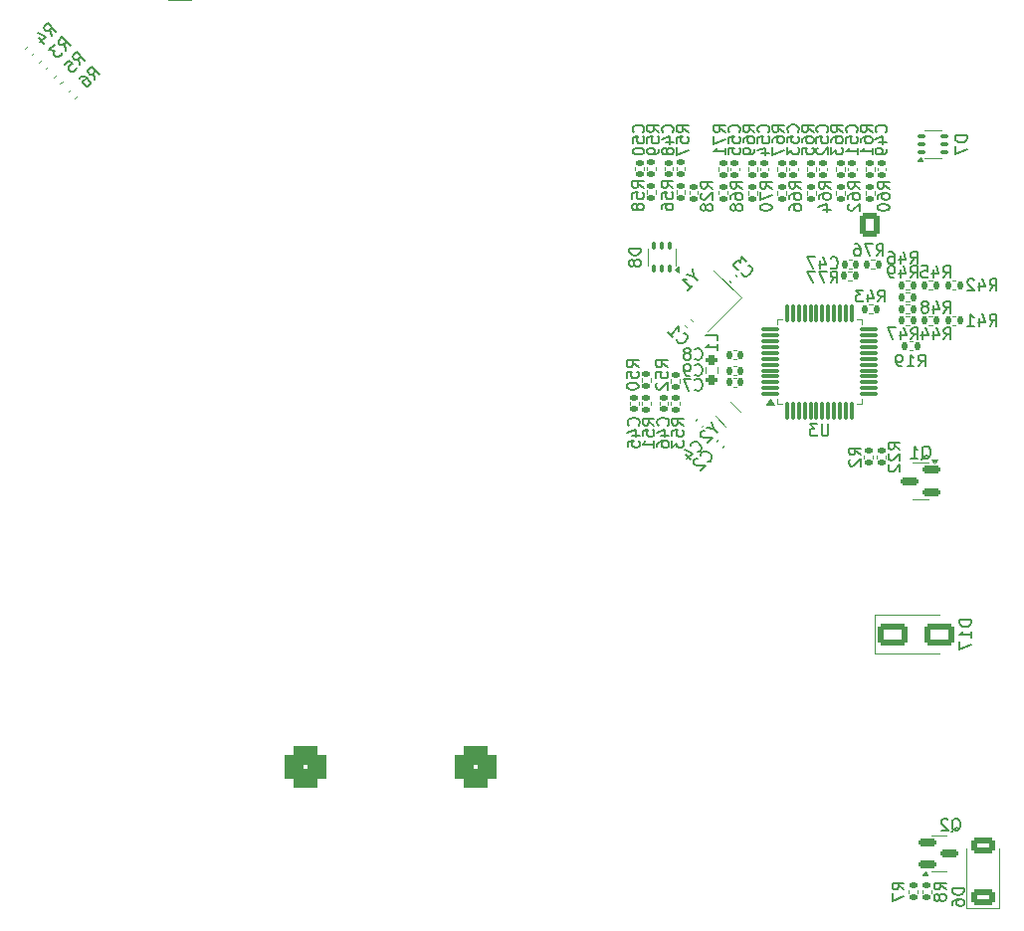
<source format=gbr>
%TF.GenerationSoftware,KiCad,Pcbnew,8.0.7*%
%TF.CreationDate,2025-04-05T22:12:11-04:00*%
%TF.ProjectId,power,706f7765-722e-46b6-9963-61645f706362,1.1*%
%TF.SameCoordinates,Original*%
%TF.FileFunction,Legend,Bot*%
%TF.FilePolarity,Positive*%
%FSLAX46Y46*%
G04 Gerber Fmt 4.6, Leading zero omitted, Abs format (unit mm)*
G04 Created by KiCad (PCBNEW 8.0.7) date 2025-04-05 22:12:11*
%MOMM*%
%LPD*%
G01*
G04 APERTURE LIST*
G04 Aperture macros list*
%AMRoundRect*
0 Rectangle with rounded corners*
0 $1 Rounding radius*
0 $2 $3 $4 $5 $6 $7 $8 $9 X,Y pos of 4 corners*
0 Add a 4 corners polygon primitive as box body*
4,1,4,$2,$3,$4,$5,$6,$7,$8,$9,$2,$3,0*
0 Add four circle primitives for the rounded corners*
1,1,$1+$1,$2,$3*
1,1,$1+$1,$4,$5*
1,1,$1+$1,$6,$7*
1,1,$1+$1,$8,$9*
0 Add four rect primitives between the rounded corners*
20,1,$1+$1,$2,$3,$4,$5,0*
20,1,$1+$1,$4,$5,$6,$7,0*
20,1,$1+$1,$6,$7,$8,$9,0*
20,1,$1+$1,$8,$9,$2,$3,0*%
%AMRotRect*
0 Rectangle, with rotation*
0 The origin of the aperture is its center*
0 $1 length*
0 $2 width*
0 $3 Rotation angle, in degrees counterclockwise*
0 Add horizontal line*
21,1,$1,$2,0,0,$3*%
G04 Aperture macros list end*
%ADD10C,0.150000*%
%ADD11C,0.120000*%
%ADD12C,3.200000*%
%ADD13C,3.600000*%
%ADD14C,6.400000*%
%ADD15RoundRect,0.250000X0.600000X0.725000X-0.600000X0.725000X-0.600000X-0.725000X0.600000X-0.725000X0*%
%ADD16O,1.700000X1.950000*%
%ADD17C,1.400000*%
%ADD18RoundRect,0.770000X0.980000X0.980000X-0.980000X0.980000X-0.980000X-0.980000X0.980000X-0.980000X0*%
%ADD19C,3.500000*%
%ADD20R,2.000000X0.900000*%
%ADD21RoundRect,1.025000X-1.025000X1.025000X-1.025000X-1.025000X1.025000X-1.025000X1.025000X1.025000X0*%
%ADD22C,4.100000*%
%ADD23C,0.800000*%
%ADD24RoundRect,0.135000X-0.135000X-0.185000X0.135000X-0.185000X0.135000X0.185000X-0.135000X0.185000X0*%
%ADD25RoundRect,0.250000X0.800000X-0.450000X0.800000X0.450000X-0.800000X0.450000X-0.800000X-0.450000X0*%
%ADD26RoundRect,0.150000X-0.587500X-0.150000X0.587500X-0.150000X0.587500X0.150000X-0.587500X0.150000X0*%
%ADD27RoundRect,0.135000X0.135000X0.185000X-0.135000X0.185000X-0.135000X-0.185000X0.135000X-0.185000X0*%
%ADD28RoundRect,0.140000X0.140000X0.170000X-0.140000X0.170000X-0.140000X-0.170000X0.140000X-0.170000X0*%
%ADD29RoundRect,0.135000X-0.035355X0.226274X-0.226274X0.035355X0.035355X-0.226274X0.226274X-0.035355X0*%
%ADD30RoundRect,0.135000X-0.185000X0.135000X-0.185000X-0.135000X0.185000X-0.135000X0.185000X0.135000X0*%
%ADD31RoundRect,0.100000X-0.225000X-0.100000X0.225000X-0.100000X0.225000X0.100000X-0.225000X0.100000X0*%
%ADD32RoundRect,0.135000X0.185000X-0.135000X0.185000X0.135000X-0.185000X0.135000X-0.185000X-0.135000X0*%
%ADD33RoundRect,0.250000X-1.000000X-0.650000X1.000000X-0.650000X1.000000X0.650000X-1.000000X0.650000X0*%
%ADD34RoundRect,0.140000X0.170000X-0.140000X0.170000X0.140000X-0.170000X0.140000X-0.170000X-0.140000X0*%
%ADD35RoundRect,0.140000X-0.021213X0.219203X-0.219203X0.021213X0.021213X-0.219203X0.219203X-0.021213X0*%
%ADD36RotRect,1.000000X1.800000X315.000000*%
%ADD37RoundRect,0.075000X-0.662500X-0.075000X0.662500X-0.075000X0.662500X0.075000X-0.662500X0.075000X0*%
%ADD38RoundRect,0.075000X-0.075000X-0.662500X0.075000X-0.662500X0.075000X0.662500X-0.075000X0.662500X0*%
%ADD39RoundRect,0.140000X-0.219203X-0.021213X-0.021213X-0.219203X0.219203X0.021213X0.021213X0.219203X0*%
%ADD40RoundRect,0.140000X-0.170000X0.140000X-0.170000X-0.140000X0.170000X-0.140000X0.170000X0.140000X0*%
%ADD41RoundRect,0.140000X0.219203X0.021213X0.021213X0.219203X-0.219203X-0.021213X-0.021213X-0.219203X0*%
%ADD42RotRect,1.400000X1.200000X225.000000*%
%ADD43RoundRect,0.150000X0.587500X0.150000X-0.587500X0.150000X-0.587500X-0.150000X0.587500X-0.150000X0*%
%ADD44RoundRect,0.200000X-0.275000X0.200000X-0.275000X-0.200000X0.275000X-0.200000X0.275000X0.200000X0*%
%ADD45RoundRect,0.100000X0.100000X-0.225000X0.100000X0.225000X-0.100000X0.225000X-0.100000X-0.225000X0*%
G04 APERTURE END LIST*
D10*
X173942857Y-83954819D02*
X174276190Y-83478628D01*
X174514285Y-83954819D02*
X174514285Y-82954819D01*
X174514285Y-82954819D02*
X174133333Y-82954819D01*
X174133333Y-82954819D02*
X174038095Y-83002438D01*
X174038095Y-83002438D02*
X173990476Y-83050057D01*
X173990476Y-83050057D02*
X173942857Y-83145295D01*
X173942857Y-83145295D02*
X173942857Y-83288152D01*
X173942857Y-83288152D02*
X173990476Y-83383390D01*
X173990476Y-83383390D02*
X174038095Y-83431009D01*
X174038095Y-83431009D02*
X174133333Y-83478628D01*
X174133333Y-83478628D02*
X174514285Y-83478628D01*
X173085714Y-83288152D02*
X173085714Y-83954819D01*
X173323809Y-82907200D02*
X173561904Y-83621485D01*
X173561904Y-83621485D02*
X172942857Y-83621485D01*
X172514285Y-83954819D02*
X172323809Y-83954819D01*
X172323809Y-83954819D02*
X172228571Y-83907200D01*
X172228571Y-83907200D02*
X172180952Y-83859580D01*
X172180952Y-83859580D02*
X172085714Y-83716723D01*
X172085714Y-83716723D02*
X172038095Y-83526247D01*
X172038095Y-83526247D02*
X172038095Y-83145295D01*
X172038095Y-83145295D02*
X172085714Y-83050057D01*
X172085714Y-83050057D02*
X172133333Y-83002438D01*
X172133333Y-83002438D02*
X172228571Y-82954819D01*
X172228571Y-82954819D02*
X172419047Y-82954819D01*
X172419047Y-82954819D02*
X172514285Y-83002438D01*
X172514285Y-83002438D02*
X172561904Y-83050057D01*
X172561904Y-83050057D02*
X172609523Y-83145295D01*
X172609523Y-83145295D02*
X172609523Y-83383390D01*
X172609523Y-83383390D02*
X172561904Y-83478628D01*
X172561904Y-83478628D02*
X172514285Y-83526247D01*
X172514285Y-83526247D02*
X172419047Y-83573866D01*
X172419047Y-83573866D02*
X172228571Y-83573866D01*
X172228571Y-83573866D02*
X172133333Y-83526247D01*
X172133333Y-83526247D02*
X172085714Y-83478628D01*
X172085714Y-83478628D02*
X172038095Y-83383390D01*
X178504819Y-135911905D02*
X177504819Y-135911905D01*
X177504819Y-135911905D02*
X177504819Y-136150000D01*
X177504819Y-136150000D02*
X177552438Y-136292857D01*
X177552438Y-136292857D02*
X177647676Y-136388095D01*
X177647676Y-136388095D02*
X177742914Y-136435714D01*
X177742914Y-136435714D02*
X177933390Y-136483333D01*
X177933390Y-136483333D02*
X178076247Y-136483333D01*
X178076247Y-136483333D02*
X178266723Y-136435714D01*
X178266723Y-136435714D02*
X178361961Y-136388095D01*
X178361961Y-136388095D02*
X178457200Y-136292857D01*
X178457200Y-136292857D02*
X178504819Y-136150000D01*
X178504819Y-136150000D02*
X178504819Y-135911905D01*
X177504819Y-137340476D02*
X177504819Y-137150000D01*
X177504819Y-137150000D02*
X177552438Y-137054762D01*
X177552438Y-137054762D02*
X177600057Y-137007143D01*
X177600057Y-137007143D02*
X177742914Y-136911905D01*
X177742914Y-136911905D02*
X177933390Y-136864286D01*
X177933390Y-136864286D02*
X178314342Y-136864286D01*
X178314342Y-136864286D02*
X178409580Y-136911905D01*
X178409580Y-136911905D02*
X178457200Y-136959524D01*
X178457200Y-136959524D02*
X178504819Y-137054762D01*
X178504819Y-137054762D02*
X178504819Y-137245238D01*
X178504819Y-137245238D02*
X178457200Y-137340476D01*
X178457200Y-137340476D02*
X178409580Y-137388095D01*
X178409580Y-137388095D02*
X178314342Y-137435714D01*
X178314342Y-137435714D02*
X178076247Y-137435714D01*
X178076247Y-137435714D02*
X177981009Y-137388095D01*
X177981009Y-137388095D02*
X177933390Y-137340476D01*
X177933390Y-137340476D02*
X177885771Y-137245238D01*
X177885771Y-137245238D02*
X177885771Y-137054762D01*
X177885771Y-137054762D02*
X177933390Y-136959524D01*
X177933390Y-136959524D02*
X177981009Y-136911905D01*
X177981009Y-136911905D02*
X178076247Y-136864286D01*
X177445238Y-131100057D02*
X177540476Y-131052438D01*
X177540476Y-131052438D02*
X177635714Y-130957200D01*
X177635714Y-130957200D02*
X177778571Y-130814342D01*
X177778571Y-130814342D02*
X177873809Y-130766723D01*
X177873809Y-130766723D02*
X177969047Y-130766723D01*
X177921428Y-131004819D02*
X178016666Y-130957200D01*
X178016666Y-130957200D02*
X178111904Y-130861961D01*
X178111904Y-130861961D02*
X178159523Y-130671485D01*
X178159523Y-130671485D02*
X178159523Y-130338152D01*
X178159523Y-130338152D02*
X178111904Y-130147676D01*
X178111904Y-130147676D02*
X178016666Y-130052438D01*
X178016666Y-130052438D02*
X177921428Y-130004819D01*
X177921428Y-130004819D02*
X177730952Y-130004819D01*
X177730952Y-130004819D02*
X177635714Y-130052438D01*
X177635714Y-130052438D02*
X177540476Y-130147676D01*
X177540476Y-130147676D02*
X177492857Y-130338152D01*
X177492857Y-130338152D02*
X177492857Y-130671485D01*
X177492857Y-130671485D02*
X177540476Y-130861961D01*
X177540476Y-130861961D02*
X177635714Y-130957200D01*
X177635714Y-130957200D02*
X177730952Y-131004819D01*
X177730952Y-131004819D02*
X177921428Y-131004819D01*
X177111904Y-130100057D02*
X177064285Y-130052438D01*
X177064285Y-130052438D02*
X176969047Y-130004819D01*
X176969047Y-130004819D02*
X176730952Y-130004819D01*
X176730952Y-130004819D02*
X176635714Y-130052438D01*
X176635714Y-130052438D02*
X176588095Y-130100057D01*
X176588095Y-130100057D02*
X176540476Y-130195295D01*
X176540476Y-130195295D02*
X176540476Y-130290533D01*
X176540476Y-130290533D02*
X176588095Y-130433390D01*
X176588095Y-130433390D02*
X177159523Y-131004819D01*
X177159523Y-131004819D02*
X176540476Y-131004819D01*
X171042857Y-82084819D02*
X171376190Y-81608628D01*
X171614285Y-82084819D02*
X171614285Y-81084819D01*
X171614285Y-81084819D02*
X171233333Y-81084819D01*
X171233333Y-81084819D02*
X171138095Y-81132438D01*
X171138095Y-81132438D02*
X171090476Y-81180057D01*
X171090476Y-81180057D02*
X171042857Y-81275295D01*
X171042857Y-81275295D02*
X171042857Y-81418152D01*
X171042857Y-81418152D02*
X171090476Y-81513390D01*
X171090476Y-81513390D02*
X171138095Y-81561009D01*
X171138095Y-81561009D02*
X171233333Y-81608628D01*
X171233333Y-81608628D02*
X171614285Y-81608628D01*
X170709523Y-81084819D02*
X170042857Y-81084819D01*
X170042857Y-81084819D02*
X170471428Y-82084819D01*
X169233333Y-81084819D02*
X169423809Y-81084819D01*
X169423809Y-81084819D02*
X169519047Y-81132438D01*
X169519047Y-81132438D02*
X169566666Y-81180057D01*
X169566666Y-81180057D02*
X169661904Y-81322914D01*
X169661904Y-81322914D02*
X169709523Y-81513390D01*
X169709523Y-81513390D02*
X169709523Y-81894342D01*
X169709523Y-81894342D02*
X169661904Y-81989580D01*
X169661904Y-81989580D02*
X169614285Y-82037200D01*
X169614285Y-82037200D02*
X169519047Y-82084819D01*
X169519047Y-82084819D02*
X169328571Y-82084819D01*
X169328571Y-82084819D02*
X169233333Y-82037200D01*
X169233333Y-82037200D02*
X169185714Y-81989580D01*
X169185714Y-81989580D02*
X169138095Y-81894342D01*
X169138095Y-81894342D02*
X169138095Y-81656247D01*
X169138095Y-81656247D02*
X169185714Y-81561009D01*
X169185714Y-81561009D02*
X169233333Y-81513390D01*
X169233333Y-81513390D02*
X169328571Y-81465771D01*
X169328571Y-81465771D02*
X169519047Y-81465771D01*
X169519047Y-81465771D02*
X169614285Y-81513390D01*
X169614285Y-81513390D02*
X169661904Y-81561009D01*
X169661904Y-81561009D02*
X169709523Y-81656247D01*
X155616665Y-90859580D02*
X155664284Y-90907200D01*
X155664284Y-90907200D02*
X155807141Y-90954819D01*
X155807141Y-90954819D02*
X155902379Y-90954819D01*
X155902379Y-90954819D02*
X156045236Y-90907200D01*
X156045236Y-90907200D02*
X156140474Y-90811961D01*
X156140474Y-90811961D02*
X156188093Y-90716723D01*
X156188093Y-90716723D02*
X156235712Y-90526247D01*
X156235712Y-90526247D02*
X156235712Y-90383390D01*
X156235712Y-90383390D02*
X156188093Y-90192914D01*
X156188093Y-90192914D02*
X156140474Y-90097676D01*
X156140474Y-90097676D02*
X156045236Y-90002438D01*
X156045236Y-90002438D02*
X155902379Y-89954819D01*
X155902379Y-89954819D02*
X155807141Y-89954819D01*
X155807141Y-89954819D02*
X155664284Y-90002438D01*
X155664284Y-90002438D02*
X155616665Y-90050057D01*
X155045236Y-90383390D02*
X155140474Y-90335771D01*
X155140474Y-90335771D02*
X155188093Y-90288152D01*
X155188093Y-90288152D02*
X155235712Y-90192914D01*
X155235712Y-90192914D02*
X155235712Y-90145295D01*
X155235712Y-90145295D02*
X155188093Y-90050057D01*
X155188093Y-90050057D02*
X155140474Y-90002438D01*
X155140474Y-90002438D02*
X155045236Y-89954819D01*
X155045236Y-89954819D02*
X154854760Y-89954819D01*
X154854760Y-89954819D02*
X154759522Y-90002438D01*
X154759522Y-90002438D02*
X154711903Y-90050057D01*
X154711903Y-90050057D02*
X154664284Y-90145295D01*
X154664284Y-90145295D02*
X154664284Y-90192914D01*
X154664284Y-90192914D02*
X154711903Y-90288152D01*
X154711903Y-90288152D02*
X154759522Y-90335771D01*
X154759522Y-90335771D02*
X154854760Y-90383390D01*
X154854760Y-90383390D02*
X155045236Y-90383390D01*
X155045236Y-90383390D02*
X155140474Y-90431009D01*
X155140474Y-90431009D02*
X155188093Y-90478628D01*
X155188093Y-90478628D02*
X155235712Y-90573866D01*
X155235712Y-90573866D02*
X155235712Y-90764342D01*
X155235712Y-90764342D02*
X155188093Y-90859580D01*
X155188093Y-90859580D02*
X155140474Y-90907200D01*
X155140474Y-90907200D02*
X155045236Y-90954819D01*
X155045236Y-90954819D02*
X154854760Y-90954819D01*
X154854760Y-90954819D02*
X154759522Y-90907200D01*
X154759522Y-90907200D02*
X154711903Y-90859580D01*
X154711903Y-90859580D02*
X154664284Y-90764342D01*
X154664284Y-90764342D02*
X154664284Y-90573866D01*
X154664284Y-90573866D02*
X154711903Y-90478628D01*
X154711903Y-90478628D02*
X154759522Y-90431009D01*
X154759522Y-90431009D02*
X154854760Y-90383390D01*
X173942857Y-82754819D02*
X174276190Y-82278628D01*
X174514285Y-82754819D02*
X174514285Y-81754819D01*
X174514285Y-81754819D02*
X174133333Y-81754819D01*
X174133333Y-81754819D02*
X174038095Y-81802438D01*
X174038095Y-81802438D02*
X173990476Y-81850057D01*
X173990476Y-81850057D02*
X173942857Y-81945295D01*
X173942857Y-81945295D02*
X173942857Y-82088152D01*
X173942857Y-82088152D02*
X173990476Y-82183390D01*
X173990476Y-82183390D02*
X174038095Y-82231009D01*
X174038095Y-82231009D02*
X174133333Y-82278628D01*
X174133333Y-82278628D02*
X174514285Y-82278628D01*
X173085714Y-82088152D02*
X173085714Y-82754819D01*
X173323809Y-81707200D02*
X173561904Y-82421485D01*
X173561904Y-82421485D02*
X172942857Y-82421485D01*
X172133333Y-81754819D02*
X172323809Y-81754819D01*
X172323809Y-81754819D02*
X172419047Y-81802438D01*
X172419047Y-81802438D02*
X172466666Y-81850057D01*
X172466666Y-81850057D02*
X172561904Y-81992914D01*
X172561904Y-81992914D02*
X172609523Y-82183390D01*
X172609523Y-82183390D02*
X172609523Y-82564342D01*
X172609523Y-82564342D02*
X172561904Y-82659580D01*
X172561904Y-82659580D02*
X172514285Y-82707200D01*
X172514285Y-82707200D02*
X172419047Y-82754819D01*
X172419047Y-82754819D02*
X172228571Y-82754819D01*
X172228571Y-82754819D02*
X172133333Y-82707200D01*
X172133333Y-82707200D02*
X172085714Y-82659580D01*
X172085714Y-82659580D02*
X172038095Y-82564342D01*
X172038095Y-82564342D02*
X172038095Y-82326247D01*
X172038095Y-82326247D02*
X172085714Y-82231009D01*
X172085714Y-82231009D02*
X172133333Y-82183390D01*
X172133333Y-82183390D02*
X172228571Y-82135771D01*
X172228571Y-82135771D02*
X172419047Y-82135771D01*
X172419047Y-82135771D02*
X172514285Y-82183390D01*
X172514285Y-82183390D02*
X172561904Y-82231009D01*
X172561904Y-82231009D02*
X172609523Y-82326247D01*
X155616667Y-92209581D02*
X155664286Y-92257201D01*
X155664286Y-92257201D02*
X155807143Y-92304820D01*
X155807143Y-92304820D02*
X155902381Y-92304820D01*
X155902381Y-92304820D02*
X156045238Y-92257201D01*
X156045238Y-92257201D02*
X156140476Y-92161962D01*
X156140476Y-92161962D02*
X156188095Y-92066724D01*
X156188095Y-92066724D02*
X156235714Y-91876248D01*
X156235714Y-91876248D02*
X156235714Y-91733391D01*
X156235714Y-91733391D02*
X156188095Y-91542915D01*
X156188095Y-91542915D02*
X156140476Y-91447677D01*
X156140476Y-91447677D02*
X156045238Y-91352439D01*
X156045238Y-91352439D02*
X155902381Y-91304820D01*
X155902381Y-91304820D02*
X155807143Y-91304820D01*
X155807143Y-91304820D02*
X155664286Y-91352439D01*
X155664286Y-91352439D02*
X155616667Y-91400058D01*
X155140476Y-92304820D02*
X154950000Y-92304820D01*
X154950000Y-92304820D02*
X154854762Y-92257201D01*
X154854762Y-92257201D02*
X154807143Y-92209581D01*
X154807143Y-92209581D02*
X154711905Y-92066724D01*
X154711905Y-92066724D02*
X154664286Y-91876248D01*
X154664286Y-91876248D02*
X154664286Y-91495296D01*
X154664286Y-91495296D02*
X154711905Y-91400058D01*
X154711905Y-91400058D02*
X154759524Y-91352439D01*
X154759524Y-91352439D02*
X154854762Y-91304820D01*
X154854762Y-91304820D02*
X155045238Y-91304820D01*
X155045238Y-91304820D02*
X155140476Y-91352439D01*
X155140476Y-91352439D02*
X155188095Y-91400058D01*
X155188095Y-91400058D02*
X155235714Y-91495296D01*
X155235714Y-91495296D02*
X155235714Y-91733391D01*
X155235714Y-91733391D02*
X155188095Y-91828629D01*
X155188095Y-91828629D02*
X155140476Y-91876248D01*
X155140476Y-91876248D02*
X155045238Y-91923867D01*
X155045238Y-91923867D02*
X154854762Y-91923867D01*
X154854762Y-91923867D02*
X154759524Y-91876248D01*
X154759524Y-91876248D02*
X154711905Y-91828629D01*
X154711905Y-91828629D02*
X154664286Y-91733391D01*
X104553670Y-67089540D02*
X104452655Y-66517121D01*
X104957731Y-66685479D02*
X104250624Y-65978373D01*
X104250624Y-65978373D02*
X103981250Y-66247747D01*
X103981250Y-66247747D02*
X103947578Y-66348762D01*
X103947578Y-66348762D02*
X103947578Y-66416105D01*
X103947578Y-66416105D02*
X103981250Y-66517121D01*
X103981250Y-66517121D02*
X104082265Y-66618136D01*
X104082265Y-66618136D02*
X104183281Y-66651808D01*
X104183281Y-66651808D02*
X104250624Y-66651808D01*
X104250624Y-66651808D02*
X104351639Y-66618136D01*
X104351639Y-66618136D02*
X104621013Y-66348762D01*
X103240472Y-66988525D02*
X103375159Y-66853838D01*
X103375159Y-66853838D02*
X103476174Y-66820166D01*
X103476174Y-66820166D02*
X103543517Y-66820166D01*
X103543517Y-66820166D02*
X103711876Y-66853838D01*
X103711876Y-66853838D02*
X103880235Y-66954853D01*
X103880235Y-66954853D02*
X104149609Y-67224227D01*
X104149609Y-67224227D02*
X104183281Y-67325243D01*
X104183281Y-67325243D02*
X104183281Y-67392586D01*
X104183281Y-67392586D02*
X104149609Y-67493601D01*
X104149609Y-67493601D02*
X104014922Y-67628288D01*
X104014922Y-67628288D02*
X103913907Y-67661960D01*
X103913907Y-67661960D02*
X103846563Y-67661960D01*
X103846563Y-67661960D02*
X103745548Y-67628288D01*
X103745548Y-67628288D02*
X103577189Y-67459930D01*
X103577189Y-67459930D02*
X103543517Y-67358914D01*
X103543517Y-67358914D02*
X103543517Y-67291571D01*
X103543517Y-67291571D02*
X103577189Y-67190556D01*
X103577189Y-67190556D02*
X103711876Y-67055869D01*
X103711876Y-67055869D02*
X103812891Y-67022197D01*
X103812891Y-67022197D02*
X103880235Y-67022197D01*
X103880235Y-67022197D02*
X103981250Y-67055869D01*
X173992857Y-89204819D02*
X174326190Y-88728628D01*
X174564285Y-89204819D02*
X174564285Y-88204819D01*
X174564285Y-88204819D02*
X174183333Y-88204819D01*
X174183333Y-88204819D02*
X174088095Y-88252438D01*
X174088095Y-88252438D02*
X174040476Y-88300057D01*
X174040476Y-88300057D02*
X173992857Y-88395295D01*
X173992857Y-88395295D02*
X173992857Y-88538152D01*
X173992857Y-88538152D02*
X174040476Y-88633390D01*
X174040476Y-88633390D02*
X174088095Y-88681009D01*
X174088095Y-88681009D02*
X174183333Y-88728628D01*
X174183333Y-88728628D02*
X174564285Y-88728628D01*
X173135714Y-88538152D02*
X173135714Y-89204819D01*
X173373809Y-88157200D02*
X173611904Y-88871485D01*
X173611904Y-88871485D02*
X172992857Y-88871485D01*
X172707142Y-88204819D02*
X172040476Y-88204819D01*
X172040476Y-88204819D02*
X172469047Y-89204819D01*
X154654819Y-96507142D02*
X154178628Y-96173809D01*
X154654819Y-95935714D02*
X153654819Y-95935714D01*
X153654819Y-95935714D02*
X153654819Y-96316666D01*
X153654819Y-96316666D02*
X153702438Y-96411904D01*
X153702438Y-96411904D02*
X153750057Y-96459523D01*
X153750057Y-96459523D02*
X153845295Y-96507142D01*
X153845295Y-96507142D02*
X153988152Y-96507142D01*
X153988152Y-96507142D02*
X154083390Y-96459523D01*
X154083390Y-96459523D02*
X154131009Y-96411904D01*
X154131009Y-96411904D02*
X154178628Y-96316666D01*
X154178628Y-96316666D02*
X154178628Y-95935714D01*
X153654819Y-97411904D02*
X153654819Y-96935714D01*
X153654819Y-96935714D02*
X154131009Y-96888095D01*
X154131009Y-96888095D02*
X154083390Y-96935714D01*
X154083390Y-96935714D02*
X154035771Y-97030952D01*
X154035771Y-97030952D02*
X154035771Y-97269047D01*
X154035771Y-97269047D02*
X154083390Y-97364285D01*
X154083390Y-97364285D02*
X154131009Y-97411904D01*
X154131009Y-97411904D02*
X154226247Y-97459523D01*
X154226247Y-97459523D02*
X154464342Y-97459523D01*
X154464342Y-97459523D02*
X154559580Y-97411904D01*
X154559580Y-97411904D02*
X154607200Y-97364285D01*
X154607200Y-97364285D02*
X154654819Y-97269047D01*
X154654819Y-97269047D02*
X154654819Y-97030952D01*
X154654819Y-97030952D02*
X154607200Y-96935714D01*
X154607200Y-96935714D02*
X154559580Y-96888095D01*
X153654819Y-97792857D02*
X153654819Y-98411904D01*
X153654819Y-98411904D02*
X154035771Y-98078571D01*
X154035771Y-98078571D02*
X154035771Y-98221428D01*
X154035771Y-98221428D02*
X154083390Y-98316666D01*
X154083390Y-98316666D02*
X154131009Y-98364285D01*
X154131009Y-98364285D02*
X154226247Y-98411904D01*
X154226247Y-98411904D02*
X154464342Y-98411904D01*
X154464342Y-98411904D02*
X154559580Y-98364285D01*
X154559580Y-98364285D02*
X154607200Y-98316666D01*
X154607200Y-98316666D02*
X154654819Y-98221428D01*
X154654819Y-98221428D02*
X154654819Y-97935714D01*
X154654819Y-97935714D02*
X154607200Y-97840476D01*
X154607200Y-97840476D02*
X154559580Y-97792857D01*
X178754819Y-71861905D02*
X177754819Y-71861905D01*
X177754819Y-71861905D02*
X177754819Y-72100000D01*
X177754819Y-72100000D02*
X177802438Y-72242857D01*
X177802438Y-72242857D02*
X177897676Y-72338095D01*
X177897676Y-72338095D02*
X177992914Y-72385714D01*
X177992914Y-72385714D02*
X178183390Y-72433333D01*
X178183390Y-72433333D02*
X178326247Y-72433333D01*
X178326247Y-72433333D02*
X178516723Y-72385714D01*
X178516723Y-72385714D02*
X178611961Y-72338095D01*
X178611961Y-72338095D02*
X178707200Y-72242857D01*
X178707200Y-72242857D02*
X178754819Y-72100000D01*
X178754819Y-72100000D02*
X178754819Y-71861905D01*
X177754819Y-72766667D02*
X177754819Y-73433333D01*
X177754819Y-73433333D02*
X178754819Y-73004762D01*
X167154819Y-76357142D02*
X166678628Y-76023809D01*
X167154819Y-75785714D02*
X166154819Y-75785714D01*
X166154819Y-75785714D02*
X166154819Y-76166666D01*
X166154819Y-76166666D02*
X166202438Y-76261904D01*
X166202438Y-76261904D02*
X166250057Y-76309523D01*
X166250057Y-76309523D02*
X166345295Y-76357142D01*
X166345295Y-76357142D02*
X166488152Y-76357142D01*
X166488152Y-76357142D02*
X166583390Y-76309523D01*
X166583390Y-76309523D02*
X166631009Y-76261904D01*
X166631009Y-76261904D02*
X166678628Y-76166666D01*
X166678628Y-76166666D02*
X166678628Y-75785714D01*
X166154819Y-77214285D02*
X166154819Y-77023809D01*
X166154819Y-77023809D02*
X166202438Y-76928571D01*
X166202438Y-76928571D02*
X166250057Y-76880952D01*
X166250057Y-76880952D02*
X166392914Y-76785714D01*
X166392914Y-76785714D02*
X166583390Y-76738095D01*
X166583390Y-76738095D02*
X166964342Y-76738095D01*
X166964342Y-76738095D02*
X167059580Y-76785714D01*
X167059580Y-76785714D02*
X167107200Y-76833333D01*
X167107200Y-76833333D02*
X167154819Y-76928571D01*
X167154819Y-76928571D02*
X167154819Y-77119047D01*
X167154819Y-77119047D02*
X167107200Y-77214285D01*
X167107200Y-77214285D02*
X167059580Y-77261904D01*
X167059580Y-77261904D02*
X166964342Y-77309523D01*
X166964342Y-77309523D02*
X166726247Y-77309523D01*
X166726247Y-77309523D02*
X166631009Y-77261904D01*
X166631009Y-77261904D02*
X166583390Y-77214285D01*
X166583390Y-77214285D02*
X166535771Y-77119047D01*
X166535771Y-77119047D02*
X166535771Y-76928571D01*
X166535771Y-76928571D02*
X166583390Y-76833333D01*
X166583390Y-76833333D02*
X166631009Y-76785714D01*
X166631009Y-76785714D02*
X166726247Y-76738095D01*
X166488152Y-78166666D02*
X167154819Y-78166666D01*
X166107200Y-77928571D02*
X166821485Y-77690476D01*
X166821485Y-77690476D02*
X166821485Y-78309523D01*
X179104819Y-113085714D02*
X178104819Y-113085714D01*
X178104819Y-113085714D02*
X178104819Y-113323809D01*
X178104819Y-113323809D02*
X178152438Y-113466666D01*
X178152438Y-113466666D02*
X178247676Y-113561904D01*
X178247676Y-113561904D02*
X178342914Y-113609523D01*
X178342914Y-113609523D02*
X178533390Y-113657142D01*
X178533390Y-113657142D02*
X178676247Y-113657142D01*
X178676247Y-113657142D02*
X178866723Y-113609523D01*
X178866723Y-113609523D02*
X178961961Y-113561904D01*
X178961961Y-113561904D02*
X179057200Y-113466666D01*
X179057200Y-113466666D02*
X179104819Y-113323809D01*
X179104819Y-113323809D02*
X179104819Y-113085714D01*
X179104819Y-114609523D02*
X179104819Y-114038095D01*
X179104819Y-114323809D02*
X178104819Y-114323809D01*
X178104819Y-114323809D02*
X178247676Y-114228571D01*
X178247676Y-114228571D02*
X178342914Y-114133333D01*
X178342914Y-114133333D02*
X178390533Y-114038095D01*
X178104819Y-114942857D02*
X178104819Y-115609523D01*
X178104819Y-115609523D02*
X179104819Y-115180952D01*
X152554819Y-71557142D02*
X152078628Y-71223809D01*
X152554819Y-70985714D02*
X151554819Y-70985714D01*
X151554819Y-70985714D02*
X151554819Y-71366666D01*
X151554819Y-71366666D02*
X151602438Y-71461904D01*
X151602438Y-71461904D02*
X151650057Y-71509523D01*
X151650057Y-71509523D02*
X151745295Y-71557142D01*
X151745295Y-71557142D02*
X151888152Y-71557142D01*
X151888152Y-71557142D02*
X151983390Y-71509523D01*
X151983390Y-71509523D02*
X152031009Y-71461904D01*
X152031009Y-71461904D02*
X152078628Y-71366666D01*
X152078628Y-71366666D02*
X152078628Y-70985714D01*
X151554819Y-72461904D02*
X151554819Y-71985714D01*
X151554819Y-71985714D02*
X152031009Y-71938095D01*
X152031009Y-71938095D02*
X151983390Y-71985714D01*
X151983390Y-71985714D02*
X151935771Y-72080952D01*
X151935771Y-72080952D02*
X151935771Y-72319047D01*
X151935771Y-72319047D02*
X151983390Y-72414285D01*
X151983390Y-72414285D02*
X152031009Y-72461904D01*
X152031009Y-72461904D02*
X152126247Y-72509523D01*
X152126247Y-72509523D02*
X152364342Y-72509523D01*
X152364342Y-72509523D02*
X152459580Y-72461904D01*
X152459580Y-72461904D02*
X152507200Y-72414285D01*
X152507200Y-72414285D02*
X152554819Y-72319047D01*
X152554819Y-72319047D02*
X152554819Y-72080952D01*
X152554819Y-72080952D02*
X152507200Y-71985714D01*
X152507200Y-71985714D02*
X152459580Y-71938095D01*
X152554819Y-72985714D02*
X152554819Y-73176190D01*
X152554819Y-73176190D02*
X152507200Y-73271428D01*
X152507200Y-73271428D02*
X152459580Y-73319047D01*
X152459580Y-73319047D02*
X152316723Y-73414285D01*
X152316723Y-73414285D02*
X152126247Y-73461904D01*
X152126247Y-73461904D02*
X151745295Y-73461904D01*
X151745295Y-73461904D02*
X151650057Y-73414285D01*
X151650057Y-73414285D02*
X151602438Y-73366666D01*
X151602438Y-73366666D02*
X151554819Y-73271428D01*
X151554819Y-73271428D02*
X151554819Y-73080952D01*
X151554819Y-73080952D02*
X151602438Y-72985714D01*
X151602438Y-72985714D02*
X151650057Y-72938095D01*
X151650057Y-72938095D02*
X151745295Y-72890476D01*
X151745295Y-72890476D02*
X151983390Y-72890476D01*
X151983390Y-72890476D02*
X152078628Y-72938095D01*
X152078628Y-72938095D02*
X152126247Y-72985714D01*
X152126247Y-72985714D02*
X152173866Y-73080952D01*
X152173866Y-73080952D02*
X152173866Y-73271428D01*
X152173866Y-73271428D02*
X152126247Y-73366666D01*
X152126247Y-73366666D02*
X152078628Y-73414285D01*
X152078628Y-73414285D02*
X151983390Y-73461904D01*
X172154819Y-76357142D02*
X171678628Y-76023809D01*
X172154819Y-75785714D02*
X171154819Y-75785714D01*
X171154819Y-75785714D02*
X171154819Y-76166666D01*
X171154819Y-76166666D02*
X171202438Y-76261904D01*
X171202438Y-76261904D02*
X171250057Y-76309523D01*
X171250057Y-76309523D02*
X171345295Y-76357142D01*
X171345295Y-76357142D02*
X171488152Y-76357142D01*
X171488152Y-76357142D02*
X171583390Y-76309523D01*
X171583390Y-76309523D02*
X171631009Y-76261904D01*
X171631009Y-76261904D02*
X171678628Y-76166666D01*
X171678628Y-76166666D02*
X171678628Y-75785714D01*
X171154819Y-77214285D02*
X171154819Y-77023809D01*
X171154819Y-77023809D02*
X171202438Y-76928571D01*
X171202438Y-76928571D02*
X171250057Y-76880952D01*
X171250057Y-76880952D02*
X171392914Y-76785714D01*
X171392914Y-76785714D02*
X171583390Y-76738095D01*
X171583390Y-76738095D02*
X171964342Y-76738095D01*
X171964342Y-76738095D02*
X172059580Y-76785714D01*
X172059580Y-76785714D02*
X172107200Y-76833333D01*
X172107200Y-76833333D02*
X172154819Y-76928571D01*
X172154819Y-76928571D02*
X172154819Y-77119047D01*
X172154819Y-77119047D02*
X172107200Y-77214285D01*
X172107200Y-77214285D02*
X172059580Y-77261904D01*
X172059580Y-77261904D02*
X171964342Y-77309523D01*
X171964342Y-77309523D02*
X171726247Y-77309523D01*
X171726247Y-77309523D02*
X171631009Y-77261904D01*
X171631009Y-77261904D02*
X171583390Y-77214285D01*
X171583390Y-77214285D02*
X171535771Y-77119047D01*
X171535771Y-77119047D02*
X171535771Y-76928571D01*
X171535771Y-76928571D02*
X171583390Y-76833333D01*
X171583390Y-76833333D02*
X171631009Y-76785714D01*
X171631009Y-76785714D02*
X171726247Y-76738095D01*
X171154819Y-77928571D02*
X171154819Y-78023809D01*
X171154819Y-78023809D02*
X171202438Y-78119047D01*
X171202438Y-78119047D02*
X171250057Y-78166666D01*
X171250057Y-78166666D02*
X171345295Y-78214285D01*
X171345295Y-78214285D02*
X171535771Y-78261904D01*
X171535771Y-78261904D02*
X171773866Y-78261904D01*
X171773866Y-78261904D02*
X171964342Y-78214285D01*
X171964342Y-78214285D02*
X172059580Y-78166666D01*
X172059580Y-78166666D02*
X172107200Y-78119047D01*
X172107200Y-78119047D02*
X172154819Y-78023809D01*
X172154819Y-78023809D02*
X172154819Y-77928571D01*
X172154819Y-77928571D02*
X172107200Y-77833333D01*
X172107200Y-77833333D02*
X172059580Y-77785714D01*
X172059580Y-77785714D02*
X171964342Y-77738095D01*
X171964342Y-77738095D02*
X171773866Y-77690476D01*
X171773866Y-77690476D02*
X171535771Y-77690476D01*
X171535771Y-77690476D02*
X171345295Y-77738095D01*
X171345295Y-77738095D02*
X171250057Y-77785714D01*
X171250057Y-77785714D02*
X171202438Y-77833333D01*
X171202438Y-77833333D02*
X171154819Y-77928571D01*
X102053670Y-64589540D02*
X101952655Y-64017121D01*
X102457731Y-64185479D02*
X101750624Y-63478373D01*
X101750624Y-63478373D02*
X101481250Y-63747747D01*
X101481250Y-63747747D02*
X101447578Y-63848762D01*
X101447578Y-63848762D02*
X101447578Y-63916105D01*
X101447578Y-63916105D02*
X101481250Y-64017121D01*
X101481250Y-64017121D02*
X101582265Y-64118136D01*
X101582265Y-64118136D02*
X101683281Y-64151808D01*
X101683281Y-64151808D02*
X101750624Y-64151808D01*
X101750624Y-64151808D02*
X101851639Y-64118136D01*
X101851639Y-64118136D02*
X102121013Y-63848762D01*
X101110861Y-64118136D02*
X100673128Y-64555869D01*
X100673128Y-64555869D02*
X101178204Y-64589540D01*
X101178204Y-64589540D02*
X101077189Y-64690556D01*
X101077189Y-64690556D02*
X101043517Y-64791571D01*
X101043517Y-64791571D02*
X101043517Y-64858914D01*
X101043517Y-64858914D02*
X101077189Y-64959930D01*
X101077189Y-64959930D02*
X101245548Y-65128288D01*
X101245548Y-65128288D02*
X101346563Y-65161960D01*
X101346563Y-65161960D02*
X101413907Y-65161960D01*
X101413907Y-65161960D02*
X101514922Y-65128288D01*
X101514922Y-65128288D02*
X101716952Y-64926258D01*
X101716952Y-64926258D02*
X101750624Y-64825243D01*
X101750624Y-64825243D02*
X101750624Y-64757899D01*
X166859580Y-71557142D02*
X166907200Y-71509523D01*
X166907200Y-71509523D02*
X166954819Y-71366666D01*
X166954819Y-71366666D02*
X166954819Y-71271428D01*
X166954819Y-71271428D02*
X166907200Y-71128571D01*
X166907200Y-71128571D02*
X166811961Y-71033333D01*
X166811961Y-71033333D02*
X166716723Y-70985714D01*
X166716723Y-70985714D02*
X166526247Y-70938095D01*
X166526247Y-70938095D02*
X166383390Y-70938095D01*
X166383390Y-70938095D02*
X166192914Y-70985714D01*
X166192914Y-70985714D02*
X166097676Y-71033333D01*
X166097676Y-71033333D02*
X166002438Y-71128571D01*
X166002438Y-71128571D02*
X165954819Y-71271428D01*
X165954819Y-71271428D02*
X165954819Y-71366666D01*
X165954819Y-71366666D02*
X166002438Y-71509523D01*
X166002438Y-71509523D02*
X166050057Y-71557142D01*
X165954819Y-72461904D02*
X165954819Y-71985714D01*
X165954819Y-71985714D02*
X166431009Y-71938095D01*
X166431009Y-71938095D02*
X166383390Y-71985714D01*
X166383390Y-71985714D02*
X166335771Y-72080952D01*
X166335771Y-72080952D02*
X166335771Y-72319047D01*
X166335771Y-72319047D02*
X166383390Y-72414285D01*
X166383390Y-72414285D02*
X166431009Y-72461904D01*
X166431009Y-72461904D02*
X166526247Y-72509523D01*
X166526247Y-72509523D02*
X166764342Y-72509523D01*
X166764342Y-72509523D02*
X166859580Y-72461904D01*
X166859580Y-72461904D02*
X166907200Y-72414285D01*
X166907200Y-72414285D02*
X166954819Y-72319047D01*
X166954819Y-72319047D02*
X166954819Y-72080952D01*
X166954819Y-72080952D02*
X166907200Y-71985714D01*
X166907200Y-71985714D02*
X166859580Y-71938095D01*
X166050057Y-72890476D02*
X166002438Y-72938095D01*
X166002438Y-72938095D02*
X165954819Y-73033333D01*
X165954819Y-73033333D02*
X165954819Y-73271428D01*
X165954819Y-73271428D02*
X166002438Y-73366666D01*
X166002438Y-73366666D02*
X166050057Y-73414285D01*
X166050057Y-73414285D02*
X166145295Y-73461904D01*
X166145295Y-73461904D02*
X166240533Y-73461904D01*
X166240533Y-73461904D02*
X166383390Y-73414285D01*
X166383390Y-73414285D02*
X166954819Y-72842857D01*
X166954819Y-72842857D02*
X166954819Y-73461904D01*
X180692857Y-85054819D02*
X181026190Y-84578628D01*
X181264285Y-85054819D02*
X181264285Y-84054819D01*
X181264285Y-84054819D02*
X180883333Y-84054819D01*
X180883333Y-84054819D02*
X180788095Y-84102438D01*
X180788095Y-84102438D02*
X180740476Y-84150057D01*
X180740476Y-84150057D02*
X180692857Y-84245295D01*
X180692857Y-84245295D02*
X180692857Y-84388152D01*
X180692857Y-84388152D02*
X180740476Y-84483390D01*
X180740476Y-84483390D02*
X180788095Y-84531009D01*
X180788095Y-84531009D02*
X180883333Y-84578628D01*
X180883333Y-84578628D02*
X181264285Y-84578628D01*
X179835714Y-84388152D02*
X179835714Y-85054819D01*
X180073809Y-84007200D02*
X180311904Y-84721485D01*
X180311904Y-84721485D02*
X179692857Y-84721485D01*
X179359523Y-84150057D02*
X179311904Y-84102438D01*
X179311904Y-84102438D02*
X179216666Y-84054819D01*
X179216666Y-84054819D02*
X178978571Y-84054819D01*
X178978571Y-84054819D02*
X178883333Y-84102438D01*
X178883333Y-84102438D02*
X178835714Y-84150057D01*
X178835714Y-84150057D02*
X178788095Y-84245295D01*
X178788095Y-84245295D02*
X178788095Y-84340533D01*
X178788095Y-84340533D02*
X178835714Y-84483390D01*
X178835714Y-84483390D02*
X179407142Y-85054819D01*
X179407142Y-85054819D02*
X178788095Y-85054819D01*
X153709580Y-71557142D02*
X153757200Y-71509523D01*
X153757200Y-71509523D02*
X153804819Y-71366666D01*
X153804819Y-71366666D02*
X153804819Y-71271428D01*
X153804819Y-71271428D02*
X153757200Y-71128571D01*
X153757200Y-71128571D02*
X153661961Y-71033333D01*
X153661961Y-71033333D02*
X153566723Y-70985714D01*
X153566723Y-70985714D02*
X153376247Y-70938095D01*
X153376247Y-70938095D02*
X153233390Y-70938095D01*
X153233390Y-70938095D02*
X153042914Y-70985714D01*
X153042914Y-70985714D02*
X152947676Y-71033333D01*
X152947676Y-71033333D02*
X152852438Y-71128571D01*
X152852438Y-71128571D02*
X152804819Y-71271428D01*
X152804819Y-71271428D02*
X152804819Y-71366666D01*
X152804819Y-71366666D02*
X152852438Y-71509523D01*
X152852438Y-71509523D02*
X152900057Y-71557142D01*
X153138152Y-72414285D02*
X153804819Y-72414285D01*
X152757200Y-72176190D02*
X153471485Y-71938095D01*
X153471485Y-71938095D02*
X153471485Y-72557142D01*
X153233390Y-73080952D02*
X153185771Y-72985714D01*
X153185771Y-72985714D02*
X153138152Y-72938095D01*
X153138152Y-72938095D02*
X153042914Y-72890476D01*
X153042914Y-72890476D02*
X152995295Y-72890476D01*
X152995295Y-72890476D02*
X152900057Y-72938095D01*
X152900057Y-72938095D02*
X152852438Y-72985714D01*
X152852438Y-72985714D02*
X152804819Y-73080952D01*
X152804819Y-73080952D02*
X152804819Y-73271428D01*
X152804819Y-73271428D02*
X152852438Y-73366666D01*
X152852438Y-73366666D02*
X152900057Y-73414285D01*
X152900057Y-73414285D02*
X152995295Y-73461904D01*
X152995295Y-73461904D02*
X153042914Y-73461904D01*
X153042914Y-73461904D02*
X153138152Y-73414285D01*
X153138152Y-73414285D02*
X153185771Y-73366666D01*
X153185771Y-73366666D02*
X153233390Y-73271428D01*
X153233390Y-73271428D02*
X153233390Y-73080952D01*
X153233390Y-73080952D02*
X153281009Y-72985714D01*
X153281009Y-72985714D02*
X153328628Y-72938095D01*
X153328628Y-72938095D02*
X153423866Y-72890476D01*
X153423866Y-72890476D02*
X153614342Y-72890476D01*
X153614342Y-72890476D02*
X153709580Y-72938095D01*
X153709580Y-72938095D02*
X153757200Y-72985714D01*
X153757200Y-72985714D02*
X153804819Y-73080952D01*
X153804819Y-73080952D02*
X153804819Y-73271428D01*
X153804819Y-73271428D02*
X153757200Y-73366666D01*
X153757200Y-73366666D02*
X153709580Y-73414285D01*
X153709580Y-73414285D02*
X153614342Y-73461904D01*
X153614342Y-73461904D02*
X153423866Y-73461904D01*
X153423866Y-73461904D02*
X153328628Y-73414285D01*
X153328628Y-73414285D02*
X153281009Y-73366666D01*
X153281009Y-73366666D02*
X153233390Y-73271428D01*
X155054820Y-71557141D02*
X154578629Y-71223808D01*
X155054820Y-70985713D02*
X154054820Y-70985713D01*
X154054820Y-70985713D02*
X154054820Y-71366665D01*
X154054820Y-71366665D02*
X154102439Y-71461903D01*
X154102439Y-71461903D02*
X154150058Y-71509522D01*
X154150058Y-71509522D02*
X154245296Y-71557141D01*
X154245296Y-71557141D02*
X154388153Y-71557141D01*
X154388153Y-71557141D02*
X154483391Y-71509522D01*
X154483391Y-71509522D02*
X154531010Y-71461903D01*
X154531010Y-71461903D02*
X154578629Y-71366665D01*
X154578629Y-71366665D02*
X154578629Y-70985713D01*
X154054820Y-72461903D02*
X154054820Y-71985713D01*
X154054820Y-71985713D02*
X154531010Y-71938094D01*
X154531010Y-71938094D02*
X154483391Y-71985713D01*
X154483391Y-71985713D02*
X154435772Y-72080951D01*
X154435772Y-72080951D02*
X154435772Y-72319046D01*
X154435772Y-72319046D02*
X154483391Y-72414284D01*
X154483391Y-72414284D02*
X154531010Y-72461903D01*
X154531010Y-72461903D02*
X154626248Y-72509522D01*
X154626248Y-72509522D02*
X154864343Y-72509522D01*
X154864343Y-72509522D02*
X154959581Y-72461903D01*
X154959581Y-72461903D02*
X155007201Y-72414284D01*
X155007201Y-72414284D02*
X155054820Y-72319046D01*
X155054820Y-72319046D02*
X155054820Y-72080951D01*
X155054820Y-72080951D02*
X155007201Y-71985713D01*
X155007201Y-71985713D02*
X154959581Y-71938094D01*
X154054820Y-72842856D02*
X154054820Y-73509522D01*
X154054820Y-73509522D02*
X155054820Y-73080951D01*
X159359580Y-71557142D02*
X159407200Y-71509523D01*
X159407200Y-71509523D02*
X159454819Y-71366666D01*
X159454819Y-71366666D02*
X159454819Y-71271428D01*
X159454819Y-71271428D02*
X159407200Y-71128571D01*
X159407200Y-71128571D02*
X159311961Y-71033333D01*
X159311961Y-71033333D02*
X159216723Y-70985714D01*
X159216723Y-70985714D02*
X159026247Y-70938095D01*
X159026247Y-70938095D02*
X158883390Y-70938095D01*
X158883390Y-70938095D02*
X158692914Y-70985714D01*
X158692914Y-70985714D02*
X158597676Y-71033333D01*
X158597676Y-71033333D02*
X158502438Y-71128571D01*
X158502438Y-71128571D02*
X158454819Y-71271428D01*
X158454819Y-71271428D02*
X158454819Y-71366666D01*
X158454819Y-71366666D02*
X158502438Y-71509523D01*
X158502438Y-71509523D02*
X158550057Y-71557142D01*
X158454819Y-72461904D02*
X158454819Y-71985714D01*
X158454819Y-71985714D02*
X158931009Y-71938095D01*
X158931009Y-71938095D02*
X158883390Y-71985714D01*
X158883390Y-71985714D02*
X158835771Y-72080952D01*
X158835771Y-72080952D02*
X158835771Y-72319047D01*
X158835771Y-72319047D02*
X158883390Y-72414285D01*
X158883390Y-72414285D02*
X158931009Y-72461904D01*
X158931009Y-72461904D02*
X159026247Y-72509523D01*
X159026247Y-72509523D02*
X159264342Y-72509523D01*
X159264342Y-72509523D02*
X159359580Y-72461904D01*
X159359580Y-72461904D02*
X159407200Y-72414285D01*
X159407200Y-72414285D02*
X159454819Y-72319047D01*
X159454819Y-72319047D02*
X159454819Y-72080952D01*
X159454819Y-72080952D02*
X159407200Y-71985714D01*
X159407200Y-71985714D02*
X159359580Y-71938095D01*
X158454819Y-73414285D02*
X158454819Y-72938095D01*
X158454819Y-72938095D02*
X158931009Y-72890476D01*
X158931009Y-72890476D02*
X158883390Y-72938095D01*
X158883390Y-72938095D02*
X158835771Y-73033333D01*
X158835771Y-73033333D02*
X158835771Y-73271428D01*
X158835771Y-73271428D02*
X158883390Y-73366666D01*
X158883390Y-73366666D02*
X158931009Y-73414285D01*
X158931009Y-73414285D02*
X159026247Y-73461904D01*
X159026247Y-73461904D02*
X159264342Y-73461904D01*
X159264342Y-73461904D02*
X159359580Y-73414285D01*
X159359580Y-73414285D02*
X159407200Y-73366666D01*
X159407200Y-73366666D02*
X159454819Y-73271428D01*
X159454819Y-73271428D02*
X159454819Y-73033333D01*
X159454819Y-73033333D02*
X159407200Y-72938095D01*
X159407200Y-72938095D02*
X159359580Y-72890476D01*
X155822112Y-98786411D02*
X155889456Y-98786411D01*
X155889456Y-98786411D02*
X156024143Y-98719067D01*
X156024143Y-98719067D02*
X156091486Y-98651724D01*
X156091486Y-98651724D02*
X156158830Y-98517037D01*
X156158830Y-98517037D02*
X156158830Y-98382350D01*
X156158830Y-98382350D02*
X156125158Y-98281335D01*
X156125158Y-98281335D02*
X156024143Y-98112976D01*
X156024143Y-98112976D02*
X155923128Y-98011961D01*
X155923128Y-98011961D02*
X155754769Y-97910945D01*
X155754769Y-97910945D02*
X155653754Y-97877274D01*
X155653754Y-97877274D02*
X155519067Y-97877274D01*
X155519067Y-97877274D02*
X155384380Y-97944617D01*
X155384380Y-97944617D02*
X155317036Y-98011961D01*
X155317036Y-98011961D02*
X155249693Y-98146648D01*
X155249693Y-98146648D02*
X155249693Y-98213991D01*
X154811960Y-98988441D02*
X155283364Y-99459846D01*
X154710945Y-98550709D02*
X155384380Y-98887426D01*
X155384380Y-98887426D02*
X154946647Y-99325159D01*
X157180615Y-96839160D02*
X157517333Y-97175878D01*
X157045928Y-96233069D02*
X157180615Y-96839160D01*
X157180615Y-96839160D02*
X156574524Y-96704473D01*
X156439837Y-96973847D02*
X156372493Y-96973847D01*
X156372493Y-96973847D02*
X156271478Y-97007519D01*
X156271478Y-97007519D02*
X156103119Y-97175878D01*
X156103119Y-97175878D02*
X156069447Y-97276893D01*
X156069447Y-97276893D02*
X156069447Y-97344236D01*
X156069447Y-97344236D02*
X156103119Y-97445252D01*
X156103119Y-97445252D02*
X156170463Y-97512595D01*
X156170463Y-97512595D02*
X156305150Y-97579939D01*
X156305150Y-97579939D02*
X157113272Y-97579939D01*
X157113272Y-97579939D02*
X156675539Y-98017671D01*
X176792857Y-86954819D02*
X177126190Y-86478628D01*
X177364285Y-86954819D02*
X177364285Y-85954819D01*
X177364285Y-85954819D02*
X176983333Y-85954819D01*
X176983333Y-85954819D02*
X176888095Y-86002438D01*
X176888095Y-86002438D02*
X176840476Y-86050057D01*
X176840476Y-86050057D02*
X176792857Y-86145295D01*
X176792857Y-86145295D02*
X176792857Y-86288152D01*
X176792857Y-86288152D02*
X176840476Y-86383390D01*
X176840476Y-86383390D02*
X176888095Y-86431009D01*
X176888095Y-86431009D02*
X176983333Y-86478628D01*
X176983333Y-86478628D02*
X177364285Y-86478628D01*
X175935714Y-86288152D02*
X175935714Y-86954819D01*
X176173809Y-85907200D02*
X176411904Y-86621485D01*
X176411904Y-86621485D02*
X175792857Y-86621485D01*
X175269047Y-86383390D02*
X175364285Y-86335771D01*
X175364285Y-86335771D02*
X175411904Y-86288152D01*
X175411904Y-86288152D02*
X175459523Y-86192914D01*
X175459523Y-86192914D02*
X175459523Y-86145295D01*
X175459523Y-86145295D02*
X175411904Y-86050057D01*
X175411904Y-86050057D02*
X175364285Y-86002438D01*
X175364285Y-86002438D02*
X175269047Y-85954819D01*
X175269047Y-85954819D02*
X175078571Y-85954819D01*
X175078571Y-85954819D02*
X174983333Y-86002438D01*
X174983333Y-86002438D02*
X174935714Y-86050057D01*
X174935714Y-86050057D02*
X174888095Y-86145295D01*
X174888095Y-86145295D02*
X174888095Y-86192914D01*
X174888095Y-86192914D02*
X174935714Y-86288152D01*
X174935714Y-86288152D02*
X174983333Y-86335771D01*
X174983333Y-86335771D02*
X175078571Y-86383390D01*
X175078571Y-86383390D02*
X175269047Y-86383390D01*
X175269047Y-86383390D02*
X175364285Y-86431009D01*
X175364285Y-86431009D02*
X175411904Y-86478628D01*
X175411904Y-86478628D02*
X175459523Y-86573866D01*
X175459523Y-86573866D02*
X175459523Y-86764342D01*
X175459523Y-86764342D02*
X175411904Y-86859580D01*
X175411904Y-86859580D02*
X175364285Y-86907200D01*
X175364285Y-86907200D02*
X175269047Y-86954819D01*
X175269047Y-86954819D02*
X175078571Y-86954819D01*
X175078571Y-86954819D02*
X174983333Y-86907200D01*
X174983333Y-86907200D02*
X174935714Y-86859580D01*
X174935714Y-86859580D02*
X174888095Y-86764342D01*
X174888095Y-86764342D02*
X174888095Y-86573866D01*
X174888095Y-86573866D02*
X174935714Y-86478628D01*
X174935714Y-86478628D02*
X174983333Y-86431009D01*
X174983333Y-86431009D02*
X175078571Y-86383390D01*
X155616666Y-93459580D02*
X155664285Y-93507200D01*
X155664285Y-93507200D02*
X155807142Y-93554819D01*
X155807142Y-93554819D02*
X155902380Y-93554819D01*
X155902380Y-93554819D02*
X156045237Y-93507200D01*
X156045237Y-93507200D02*
X156140475Y-93411961D01*
X156140475Y-93411961D02*
X156188094Y-93316723D01*
X156188094Y-93316723D02*
X156235713Y-93126247D01*
X156235713Y-93126247D02*
X156235713Y-92983390D01*
X156235713Y-92983390D02*
X156188094Y-92792914D01*
X156188094Y-92792914D02*
X156140475Y-92697676D01*
X156140475Y-92697676D02*
X156045237Y-92602438D01*
X156045237Y-92602438D02*
X155902380Y-92554819D01*
X155902380Y-92554819D02*
X155807142Y-92554819D01*
X155807142Y-92554819D02*
X155664285Y-92602438D01*
X155664285Y-92602438D02*
X155616666Y-92650057D01*
X155283332Y-92554819D02*
X154616666Y-92554819D01*
X154616666Y-92554819D02*
X155045237Y-93554819D01*
X166961904Y-96404819D02*
X166961904Y-97214342D01*
X166961904Y-97214342D02*
X166914285Y-97309580D01*
X166914285Y-97309580D02*
X166866666Y-97357200D01*
X166866666Y-97357200D02*
X166771428Y-97404819D01*
X166771428Y-97404819D02*
X166580952Y-97404819D01*
X166580952Y-97404819D02*
X166485714Y-97357200D01*
X166485714Y-97357200D02*
X166438095Y-97309580D01*
X166438095Y-97309580D02*
X166390476Y-97214342D01*
X166390476Y-97214342D02*
X166390476Y-96404819D01*
X166009523Y-96404819D02*
X165390476Y-96404819D01*
X165390476Y-96404819D02*
X165723809Y-96785771D01*
X165723809Y-96785771D02*
X165580952Y-96785771D01*
X165580952Y-96785771D02*
X165485714Y-96833390D01*
X165485714Y-96833390D02*
X165438095Y-96881009D01*
X165438095Y-96881009D02*
X165390476Y-96976247D01*
X165390476Y-96976247D02*
X165390476Y-97214342D01*
X165390476Y-97214342D02*
X165438095Y-97309580D01*
X165438095Y-97309580D02*
X165485714Y-97357200D01*
X165485714Y-97357200D02*
X165580952Y-97404819D01*
X165580952Y-97404819D02*
X165866666Y-97404819D01*
X165866666Y-97404819D02*
X165961904Y-97357200D01*
X165961904Y-97357200D02*
X166009523Y-97309580D01*
X171192857Y-86004819D02*
X171526190Y-85528628D01*
X171764285Y-86004819D02*
X171764285Y-85004819D01*
X171764285Y-85004819D02*
X171383333Y-85004819D01*
X171383333Y-85004819D02*
X171288095Y-85052438D01*
X171288095Y-85052438D02*
X171240476Y-85100057D01*
X171240476Y-85100057D02*
X171192857Y-85195295D01*
X171192857Y-85195295D02*
X171192857Y-85338152D01*
X171192857Y-85338152D02*
X171240476Y-85433390D01*
X171240476Y-85433390D02*
X171288095Y-85481009D01*
X171288095Y-85481009D02*
X171383333Y-85528628D01*
X171383333Y-85528628D02*
X171764285Y-85528628D01*
X170335714Y-85338152D02*
X170335714Y-86004819D01*
X170573809Y-84957200D02*
X170811904Y-85671485D01*
X170811904Y-85671485D02*
X170192857Y-85671485D01*
X169907142Y-85004819D02*
X169288095Y-85004819D01*
X169288095Y-85004819D02*
X169621428Y-85385771D01*
X169621428Y-85385771D02*
X169478571Y-85385771D01*
X169478571Y-85385771D02*
X169383333Y-85433390D01*
X169383333Y-85433390D02*
X169335714Y-85481009D01*
X169335714Y-85481009D02*
X169288095Y-85576247D01*
X169288095Y-85576247D02*
X169288095Y-85814342D01*
X169288095Y-85814342D02*
X169335714Y-85909580D01*
X169335714Y-85909580D02*
X169383333Y-85957200D01*
X169383333Y-85957200D02*
X169478571Y-86004819D01*
X169478571Y-86004819D02*
X169764285Y-86004819D01*
X169764285Y-86004819D02*
X169859523Y-85957200D01*
X169859523Y-85957200D02*
X169907142Y-85909580D01*
X152154819Y-96507142D02*
X151678628Y-96173809D01*
X152154819Y-95935714D02*
X151154819Y-95935714D01*
X151154819Y-95935714D02*
X151154819Y-96316666D01*
X151154819Y-96316666D02*
X151202438Y-96411904D01*
X151202438Y-96411904D02*
X151250057Y-96459523D01*
X151250057Y-96459523D02*
X151345295Y-96507142D01*
X151345295Y-96507142D02*
X151488152Y-96507142D01*
X151488152Y-96507142D02*
X151583390Y-96459523D01*
X151583390Y-96459523D02*
X151631009Y-96411904D01*
X151631009Y-96411904D02*
X151678628Y-96316666D01*
X151678628Y-96316666D02*
X151678628Y-95935714D01*
X151154819Y-97411904D02*
X151154819Y-96935714D01*
X151154819Y-96935714D02*
X151631009Y-96888095D01*
X151631009Y-96888095D02*
X151583390Y-96935714D01*
X151583390Y-96935714D02*
X151535771Y-97030952D01*
X151535771Y-97030952D02*
X151535771Y-97269047D01*
X151535771Y-97269047D02*
X151583390Y-97364285D01*
X151583390Y-97364285D02*
X151631009Y-97411904D01*
X151631009Y-97411904D02*
X151726247Y-97459523D01*
X151726247Y-97459523D02*
X151964342Y-97459523D01*
X151964342Y-97459523D02*
X152059580Y-97411904D01*
X152059580Y-97411904D02*
X152107200Y-97364285D01*
X152107200Y-97364285D02*
X152154819Y-97269047D01*
X152154819Y-97269047D02*
X152154819Y-97030952D01*
X152154819Y-97030952D02*
X152107200Y-96935714D01*
X152107200Y-96935714D02*
X152059580Y-96888095D01*
X152154819Y-98411904D02*
X152154819Y-97840476D01*
X152154819Y-98126190D02*
X151154819Y-98126190D01*
X151154819Y-98126190D02*
X151297676Y-98030952D01*
X151297676Y-98030952D02*
X151392914Y-97935714D01*
X151392914Y-97935714D02*
X151440533Y-97840476D01*
X154063588Y-89222112D02*
X154063588Y-89289456D01*
X154063588Y-89289456D02*
X154130932Y-89424143D01*
X154130932Y-89424143D02*
X154198275Y-89491486D01*
X154198275Y-89491486D02*
X154332962Y-89558830D01*
X154332962Y-89558830D02*
X154467649Y-89558830D01*
X154467649Y-89558830D02*
X154568664Y-89525158D01*
X154568664Y-89525158D02*
X154737023Y-89424143D01*
X154737023Y-89424143D02*
X154838038Y-89323128D01*
X154838038Y-89323128D02*
X154939054Y-89154769D01*
X154939054Y-89154769D02*
X154972725Y-89053754D01*
X154972725Y-89053754D02*
X154972725Y-88919067D01*
X154972725Y-88919067D02*
X154905382Y-88784380D01*
X154905382Y-88784380D02*
X154838038Y-88717036D01*
X154838038Y-88717036D02*
X154703351Y-88649693D01*
X154703351Y-88649693D02*
X154636008Y-88649693D01*
X153322810Y-88616021D02*
X153726871Y-89020082D01*
X153524840Y-88818051D02*
X154231947Y-88110945D01*
X154231947Y-88110945D02*
X154198275Y-88279303D01*
X154198275Y-88279303D02*
X154198275Y-88413990D01*
X154198275Y-88413990D02*
X154231947Y-88515006D01*
X164359580Y-71547142D02*
X164407200Y-71499523D01*
X164407200Y-71499523D02*
X164454819Y-71356666D01*
X164454819Y-71356666D02*
X164454819Y-71261428D01*
X164454819Y-71261428D02*
X164407200Y-71118571D01*
X164407200Y-71118571D02*
X164311961Y-71023333D01*
X164311961Y-71023333D02*
X164216723Y-70975714D01*
X164216723Y-70975714D02*
X164026247Y-70928095D01*
X164026247Y-70928095D02*
X163883390Y-70928095D01*
X163883390Y-70928095D02*
X163692914Y-70975714D01*
X163692914Y-70975714D02*
X163597676Y-71023333D01*
X163597676Y-71023333D02*
X163502438Y-71118571D01*
X163502438Y-71118571D02*
X163454819Y-71261428D01*
X163454819Y-71261428D02*
X163454819Y-71356666D01*
X163454819Y-71356666D02*
X163502438Y-71499523D01*
X163502438Y-71499523D02*
X163550057Y-71547142D01*
X163454819Y-72451904D02*
X163454819Y-71975714D01*
X163454819Y-71975714D02*
X163931009Y-71928095D01*
X163931009Y-71928095D02*
X163883390Y-71975714D01*
X163883390Y-71975714D02*
X163835771Y-72070952D01*
X163835771Y-72070952D02*
X163835771Y-72309047D01*
X163835771Y-72309047D02*
X163883390Y-72404285D01*
X163883390Y-72404285D02*
X163931009Y-72451904D01*
X163931009Y-72451904D02*
X164026247Y-72499523D01*
X164026247Y-72499523D02*
X164264342Y-72499523D01*
X164264342Y-72499523D02*
X164359580Y-72451904D01*
X164359580Y-72451904D02*
X164407200Y-72404285D01*
X164407200Y-72404285D02*
X164454819Y-72309047D01*
X164454819Y-72309047D02*
X164454819Y-72070952D01*
X164454819Y-72070952D02*
X164407200Y-71975714D01*
X164407200Y-71975714D02*
X164359580Y-71928095D01*
X163454819Y-72832857D02*
X163454819Y-73451904D01*
X163454819Y-73451904D02*
X163835771Y-73118571D01*
X163835771Y-73118571D02*
X163835771Y-73261428D01*
X163835771Y-73261428D02*
X163883390Y-73356666D01*
X163883390Y-73356666D02*
X163931009Y-73404285D01*
X163931009Y-73404285D02*
X164026247Y-73451904D01*
X164026247Y-73451904D02*
X164264342Y-73451904D01*
X164264342Y-73451904D02*
X164359580Y-73404285D01*
X164359580Y-73404285D02*
X164407200Y-73356666D01*
X164407200Y-73356666D02*
X164454819Y-73261428D01*
X164454819Y-73261428D02*
X164454819Y-72975714D01*
X164454819Y-72975714D02*
X164407200Y-72880476D01*
X164407200Y-72880476D02*
X164359580Y-72832857D01*
X156700791Y-99625499D02*
X156768135Y-99625499D01*
X156768135Y-99625499D02*
X156902822Y-99558155D01*
X156902822Y-99558155D02*
X156970165Y-99490812D01*
X156970165Y-99490812D02*
X157037509Y-99356125D01*
X157037509Y-99356125D02*
X157037509Y-99221438D01*
X157037509Y-99221438D02*
X157003837Y-99120423D01*
X157003837Y-99120423D02*
X156902822Y-98952064D01*
X156902822Y-98952064D02*
X156801807Y-98851049D01*
X156801807Y-98851049D02*
X156633448Y-98750033D01*
X156633448Y-98750033D02*
X156532433Y-98716362D01*
X156532433Y-98716362D02*
X156397746Y-98716362D01*
X156397746Y-98716362D02*
X156263059Y-98783705D01*
X156263059Y-98783705D02*
X156195715Y-98851049D01*
X156195715Y-98851049D02*
X156128372Y-98985736D01*
X156128372Y-98985736D02*
X156128372Y-99053079D01*
X155858998Y-99322453D02*
X155791654Y-99322453D01*
X155791654Y-99322453D02*
X155690639Y-99356125D01*
X155690639Y-99356125D02*
X155522280Y-99524484D01*
X155522280Y-99524484D02*
X155488608Y-99625499D01*
X155488608Y-99625499D02*
X155488608Y-99692842D01*
X155488608Y-99692842D02*
X155522280Y-99793858D01*
X155522280Y-99793858D02*
X155589624Y-99861201D01*
X155589624Y-99861201D02*
X155724311Y-99928545D01*
X155724311Y-99928545D02*
X156532433Y-99928545D01*
X156532433Y-99928545D02*
X156094700Y-100366277D01*
X159654819Y-76357142D02*
X159178628Y-76023809D01*
X159654819Y-75785714D02*
X158654819Y-75785714D01*
X158654819Y-75785714D02*
X158654819Y-76166666D01*
X158654819Y-76166666D02*
X158702438Y-76261904D01*
X158702438Y-76261904D02*
X158750057Y-76309523D01*
X158750057Y-76309523D02*
X158845295Y-76357142D01*
X158845295Y-76357142D02*
X158988152Y-76357142D01*
X158988152Y-76357142D02*
X159083390Y-76309523D01*
X159083390Y-76309523D02*
X159131009Y-76261904D01*
X159131009Y-76261904D02*
X159178628Y-76166666D01*
X159178628Y-76166666D02*
X159178628Y-75785714D01*
X158654819Y-77214285D02*
X158654819Y-77023809D01*
X158654819Y-77023809D02*
X158702438Y-76928571D01*
X158702438Y-76928571D02*
X158750057Y-76880952D01*
X158750057Y-76880952D02*
X158892914Y-76785714D01*
X158892914Y-76785714D02*
X159083390Y-76738095D01*
X159083390Y-76738095D02*
X159464342Y-76738095D01*
X159464342Y-76738095D02*
X159559580Y-76785714D01*
X159559580Y-76785714D02*
X159607200Y-76833333D01*
X159607200Y-76833333D02*
X159654819Y-76928571D01*
X159654819Y-76928571D02*
X159654819Y-77119047D01*
X159654819Y-77119047D02*
X159607200Y-77214285D01*
X159607200Y-77214285D02*
X159559580Y-77261904D01*
X159559580Y-77261904D02*
X159464342Y-77309523D01*
X159464342Y-77309523D02*
X159226247Y-77309523D01*
X159226247Y-77309523D02*
X159131009Y-77261904D01*
X159131009Y-77261904D02*
X159083390Y-77214285D01*
X159083390Y-77214285D02*
X159035771Y-77119047D01*
X159035771Y-77119047D02*
X159035771Y-76928571D01*
X159035771Y-76928571D02*
X159083390Y-76833333D01*
X159083390Y-76833333D02*
X159131009Y-76785714D01*
X159131009Y-76785714D02*
X159226247Y-76738095D01*
X159083390Y-77880952D02*
X159035771Y-77785714D01*
X159035771Y-77785714D02*
X158988152Y-77738095D01*
X158988152Y-77738095D02*
X158892914Y-77690476D01*
X158892914Y-77690476D02*
X158845295Y-77690476D01*
X158845295Y-77690476D02*
X158750057Y-77738095D01*
X158750057Y-77738095D02*
X158702438Y-77785714D01*
X158702438Y-77785714D02*
X158654819Y-77880952D01*
X158654819Y-77880952D02*
X158654819Y-78071428D01*
X158654819Y-78071428D02*
X158702438Y-78166666D01*
X158702438Y-78166666D02*
X158750057Y-78214285D01*
X158750057Y-78214285D02*
X158845295Y-78261904D01*
X158845295Y-78261904D02*
X158892914Y-78261904D01*
X158892914Y-78261904D02*
X158988152Y-78214285D01*
X158988152Y-78214285D02*
X159035771Y-78166666D01*
X159035771Y-78166666D02*
X159083390Y-78071428D01*
X159083390Y-78071428D02*
X159083390Y-77880952D01*
X159083390Y-77880952D02*
X159131009Y-77785714D01*
X159131009Y-77785714D02*
X159178628Y-77738095D01*
X159178628Y-77738095D02*
X159273866Y-77690476D01*
X159273866Y-77690476D02*
X159464342Y-77690476D01*
X159464342Y-77690476D02*
X159559580Y-77738095D01*
X159559580Y-77738095D02*
X159607200Y-77785714D01*
X159607200Y-77785714D02*
X159654819Y-77880952D01*
X159654819Y-77880952D02*
X159654819Y-78071428D01*
X159654819Y-78071428D02*
X159607200Y-78166666D01*
X159607200Y-78166666D02*
X159559580Y-78214285D01*
X159559580Y-78214285D02*
X159464342Y-78261904D01*
X159464342Y-78261904D02*
X159273866Y-78261904D01*
X159273866Y-78261904D02*
X159178628Y-78214285D01*
X159178628Y-78214285D02*
X159131009Y-78166666D01*
X159131009Y-78166666D02*
X159083390Y-78071428D01*
X173054818Y-98557142D02*
X172578627Y-98223809D01*
X173054818Y-97985714D02*
X172054818Y-97985714D01*
X172054818Y-97985714D02*
X172054818Y-98366666D01*
X172054818Y-98366666D02*
X172102437Y-98461904D01*
X172102437Y-98461904D02*
X172150056Y-98509523D01*
X172150056Y-98509523D02*
X172245294Y-98557142D01*
X172245294Y-98557142D02*
X172388151Y-98557142D01*
X172388151Y-98557142D02*
X172483389Y-98509523D01*
X172483389Y-98509523D02*
X172531008Y-98461904D01*
X172531008Y-98461904D02*
X172578627Y-98366666D01*
X172578627Y-98366666D02*
X172578627Y-97985714D01*
X172150056Y-98938095D02*
X172102437Y-98985714D01*
X172102437Y-98985714D02*
X172054818Y-99080952D01*
X172054818Y-99080952D02*
X172054818Y-99319047D01*
X172054818Y-99319047D02*
X172102437Y-99414285D01*
X172102437Y-99414285D02*
X172150056Y-99461904D01*
X172150056Y-99461904D02*
X172245294Y-99509523D01*
X172245294Y-99509523D02*
X172340532Y-99509523D01*
X172340532Y-99509523D02*
X172483389Y-99461904D01*
X172483389Y-99461904D02*
X173054818Y-98890476D01*
X173054818Y-98890476D02*
X173054818Y-99509523D01*
X172150056Y-99890476D02*
X172102437Y-99938095D01*
X172102437Y-99938095D02*
X172054818Y-100033333D01*
X172054818Y-100033333D02*
X172054818Y-100271428D01*
X172054818Y-100271428D02*
X172102437Y-100366666D01*
X172102437Y-100366666D02*
X172150056Y-100414285D01*
X172150056Y-100414285D02*
X172245294Y-100461904D01*
X172245294Y-100461904D02*
X172340532Y-100461904D01*
X172340532Y-100461904D02*
X172483389Y-100414285D01*
X172483389Y-100414285D02*
X173054818Y-99842857D01*
X173054818Y-99842857D02*
X173054818Y-100461904D01*
X150804819Y-91557142D02*
X150328628Y-91223809D01*
X150804819Y-90985714D02*
X149804819Y-90985714D01*
X149804819Y-90985714D02*
X149804819Y-91366666D01*
X149804819Y-91366666D02*
X149852438Y-91461904D01*
X149852438Y-91461904D02*
X149900057Y-91509523D01*
X149900057Y-91509523D02*
X149995295Y-91557142D01*
X149995295Y-91557142D02*
X150138152Y-91557142D01*
X150138152Y-91557142D02*
X150233390Y-91509523D01*
X150233390Y-91509523D02*
X150281009Y-91461904D01*
X150281009Y-91461904D02*
X150328628Y-91366666D01*
X150328628Y-91366666D02*
X150328628Y-90985714D01*
X149804819Y-92461904D02*
X149804819Y-91985714D01*
X149804819Y-91985714D02*
X150281009Y-91938095D01*
X150281009Y-91938095D02*
X150233390Y-91985714D01*
X150233390Y-91985714D02*
X150185771Y-92080952D01*
X150185771Y-92080952D02*
X150185771Y-92319047D01*
X150185771Y-92319047D02*
X150233390Y-92414285D01*
X150233390Y-92414285D02*
X150281009Y-92461904D01*
X150281009Y-92461904D02*
X150376247Y-92509523D01*
X150376247Y-92509523D02*
X150614342Y-92509523D01*
X150614342Y-92509523D02*
X150709580Y-92461904D01*
X150709580Y-92461904D02*
X150757200Y-92414285D01*
X150757200Y-92414285D02*
X150804819Y-92319047D01*
X150804819Y-92319047D02*
X150804819Y-92080952D01*
X150804819Y-92080952D02*
X150757200Y-91985714D01*
X150757200Y-91985714D02*
X150709580Y-91938095D01*
X149804819Y-93128571D02*
X149804819Y-93223809D01*
X149804819Y-93223809D02*
X149852438Y-93319047D01*
X149852438Y-93319047D02*
X149900057Y-93366666D01*
X149900057Y-93366666D02*
X149995295Y-93414285D01*
X149995295Y-93414285D02*
X150185771Y-93461904D01*
X150185771Y-93461904D02*
X150423866Y-93461904D01*
X150423866Y-93461904D02*
X150614342Y-93414285D01*
X150614342Y-93414285D02*
X150709580Y-93366666D01*
X150709580Y-93366666D02*
X150757200Y-93319047D01*
X150757200Y-93319047D02*
X150804819Y-93223809D01*
X150804819Y-93223809D02*
X150804819Y-93128571D01*
X150804819Y-93128571D02*
X150757200Y-93033333D01*
X150757200Y-93033333D02*
X150709580Y-92985714D01*
X150709580Y-92985714D02*
X150614342Y-92938095D01*
X150614342Y-92938095D02*
X150423866Y-92890476D01*
X150423866Y-92890476D02*
X150185771Y-92890476D01*
X150185771Y-92890476D02*
X149995295Y-92938095D01*
X149995295Y-92938095D02*
X149900057Y-92985714D01*
X149900057Y-92985714D02*
X149852438Y-93033333D01*
X149852438Y-93033333D02*
X149804819Y-93128571D01*
X168204819Y-71557142D02*
X167728628Y-71223809D01*
X168204819Y-70985714D02*
X167204819Y-70985714D01*
X167204819Y-70985714D02*
X167204819Y-71366666D01*
X167204819Y-71366666D02*
X167252438Y-71461904D01*
X167252438Y-71461904D02*
X167300057Y-71509523D01*
X167300057Y-71509523D02*
X167395295Y-71557142D01*
X167395295Y-71557142D02*
X167538152Y-71557142D01*
X167538152Y-71557142D02*
X167633390Y-71509523D01*
X167633390Y-71509523D02*
X167681009Y-71461904D01*
X167681009Y-71461904D02*
X167728628Y-71366666D01*
X167728628Y-71366666D02*
X167728628Y-70985714D01*
X167204819Y-72414285D02*
X167204819Y-72223809D01*
X167204819Y-72223809D02*
X167252438Y-72128571D01*
X167252438Y-72128571D02*
X167300057Y-72080952D01*
X167300057Y-72080952D02*
X167442914Y-71985714D01*
X167442914Y-71985714D02*
X167633390Y-71938095D01*
X167633390Y-71938095D02*
X168014342Y-71938095D01*
X168014342Y-71938095D02*
X168109580Y-71985714D01*
X168109580Y-71985714D02*
X168157200Y-72033333D01*
X168157200Y-72033333D02*
X168204819Y-72128571D01*
X168204819Y-72128571D02*
X168204819Y-72319047D01*
X168204819Y-72319047D02*
X168157200Y-72414285D01*
X168157200Y-72414285D02*
X168109580Y-72461904D01*
X168109580Y-72461904D02*
X168014342Y-72509523D01*
X168014342Y-72509523D02*
X167776247Y-72509523D01*
X167776247Y-72509523D02*
X167681009Y-72461904D01*
X167681009Y-72461904D02*
X167633390Y-72414285D01*
X167633390Y-72414285D02*
X167585771Y-72319047D01*
X167585771Y-72319047D02*
X167585771Y-72128571D01*
X167585771Y-72128571D02*
X167633390Y-72033333D01*
X167633390Y-72033333D02*
X167681009Y-71985714D01*
X167681009Y-71985714D02*
X167776247Y-71938095D01*
X167204819Y-72842857D02*
X167204819Y-73461904D01*
X167204819Y-73461904D02*
X167585771Y-73128571D01*
X167585771Y-73128571D02*
X167585771Y-73271428D01*
X167585771Y-73271428D02*
X167633390Y-73366666D01*
X167633390Y-73366666D02*
X167681009Y-73414285D01*
X167681009Y-73414285D02*
X167776247Y-73461904D01*
X167776247Y-73461904D02*
X168014342Y-73461904D01*
X168014342Y-73461904D02*
X168109580Y-73414285D01*
X168109580Y-73414285D02*
X168157200Y-73366666D01*
X168157200Y-73366666D02*
X168204819Y-73271428D01*
X168204819Y-73271428D02*
X168204819Y-72985714D01*
X168204819Y-72985714D02*
X168157200Y-72890476D01*
X168157200Y-72890476D02*
X168109580Y-72842857D01*
X162154819Y-76357142D02*
X161678628Y-76023809D01*
X162154819Y-75785714D02*
X161154819Y-75785714D01*
X161154819Y-75785714D02*
X161154819Y-76166666D01*
X161154819Y-76166666D02*
X161202438Y-76261904D01*
X161202438Y-76261904D02*
X161250057Y-76309523D01*
X161250057Y-76309523D02*
X161345295Y-76357142D01*
X161345295Y-76357142D02*
X161488152Y-76357142D01*
X161488152Y-76357142D02*
X161583390Y-76309523D01*
X161583390Y-76309523D02*
X161631009Y-76261904D01*
X161631009Y-76261904D02*
X161678628Y-76166666D01*
X161678628Y-76166666D02*
X161678628Y-75785714D01*
X161154819Y-76690476D02*
X161154819Y-77357142D01*
X161154819Y-77357142D02*
X162154819Y-76928571D01*
X161154819Y-77928571D02*
X161154819Y-78023809D01*
X161154819Y-78023809D02*
X161202438Y-78119047D01*
X161202438Y-78119047D02*
X161250057Y-78166666D01*
X161250057Y-78166666D02*
X161345295Y-78214285D01*
X161345295Y-78214285D02*
X161535771Y-78261904D01*
X161535771Y-78261904D02*
X161773866Y-78261904D01*
X161773866Y-78261904D02*
X161964342Y-78214285D01*
X161964342Y-78214285D02*
X162059580Y-78166666D01*
X162059580Y-78166666D02*
X162107200Y-78119047D01*
X162107200Y-78119047D02*
X162154819Y-78023809D01*
X162154819Y-78023809D02*
X162154819Y-77928571D01*
X162154819Y-77928571D02*
X162107200Y-77833333D01*
X162107200Y-77833333D02*
X162059580Y-77785714D01*
X162059580Y-77785714D02*
X161964342Y-77738095D01*
X161964342Y-77738095D02*
X161773866Y-77690476D01*
X161773866Y-77690476D02*
X161535771Y-77690476D01*
X161535771Y-77690476D02*
X161345295Y-77738095D01*
X161345295Y-77738095D02*
X161250057Y-77785714D01*
X161250057Y-77785714D02*
X161202438Y-77833333D01*
X161202438Y-77833333D02*
X161154819Y-77928571D01*
X157124819Y-76357142D02*
X156648628Y-76023809D01*
X157124819Y-75785714D02*
X156124819Y-75785714D01*
X156124819Y-75785714D02*
X156124819Y-76166666D01*
X156124819Y-76166666D02*
X156172438Y-76261904D01*
X156172438Y-76261904D02*
X156220057Y-76309523D01*
X156220057Y-76309523D02*
X156315295Y-76357142D01*
X156315295Y-76357142D02*
X156458152Y-76357142D01*
X156458152Y-76357142D02*
X156553390Y-76309523D01*
X156553390Y-76309523D02*
X156601009Y-76261904D01*
X156601009Y-76261904D02*
X156648628Y-76166666D01*
X156648628Y-76166666D02*
X156648628Y-75785714D01*
X156220057Y-76738095D02*
X156172438Y-76785714D01*
X156172438Y-76785714D02*
X156124819Y-76880952D01*
X156124819Y-76880952D02*
X156124819Y-77119047D01*
X156124819Y-77119047D02*
X156172438Y-77214285D01*
X156172438Y-77214285D02*
X156220057Y-77261904D01*
X156220057Y-77261904D02*
X156315295Y-77309523D01*
X156315295Y-77309523D02*
X156410533Y-77309523D01*
X156410533Y-77309523D02*
X156553390Y-77261904D01*
X156553390Y-77261904D02*
X157124819Y-76690476D01*
X157124819Y-76690476D02*
X157124819Y-77309523D01*
X156553390Y-77880952D02*
X156505771Y-77785714D01*
X156505771Y-77785714D02*
X156458152Y-77738095D01*
X156458152Y-77738095D02*
X156362914Y-77690476D01*
X156362914Y-77690476D02*
X156315295Y-77690476D01*
X156315295Y-77690476D02*
X156220057Y-77738095D01*
X156220057Y-77738095D02*
X156172438Y-77785714D01*
X156172438Y-77785714D02*
X156124819Y-77880952D01*
X156124819Y-77880952D02*
X156124819Y-78071428D01*
X156124819Y-78071428D02*
X156172438Y-78166666D01*
X156172438Y-78166666D02*
X156220057Y-78214285D01*
X156220057Y-78214285D02*
X156315295Y-78261904D01*
X156315295Y-78261904D02*
X156362914Y-78261904D01*
X156362914Y-78261904D02*
X156458152Y-78214285D01*
X156458152Y-78214285D02*
X156505771Y-78166666D01*
X156505771Y-78166666D02*
X156553390Y-78071428D01*
X156553390Y-78071428D02*
X156553390Y-77880952D01*
X156553390Y-77880952D02*
X156601009Y-77785714D01*
X156601009Y-77785714D02*
X156648628Y-77738095D01*
X156648628Y-77738095D02*
X156743866Y-77690476D01*
X156743866Y-77690476D02*
X156934342Y-77690476D01*
X156934342Y-77690476D02*
X157029580Y-77738095D01*
X157029580Y-77738095D02*
X157077200Y-77785714D01*
X157077200Y-77785714D02*
X157124819Y-77880952D01*
X157124819Y-77880952D02*
X157124819Y-78071428D01*
X157124819Y-78071428D02*
X157077200Y-78166666D01*
X157077200Y-78166666D02*
X157029580Y-78214285D01*
X157029580Y-78214285D02*
X156934342Y-78261904D01*
X156934342Y-78261904D02*
X156743866Y-78261904D01*
X156743866Y-78261904D02*
X156648628Y-78214285D01*
X156648628Y-78214285D02*
X156601009Y-78166666D01*
X156601009Y-78166666D02*
X156553390Y-78071428D01*
X158204819Y-71557142D02*
X157728628Y-71223809D01*
X158204819Y-70985714D02*
X157204819Y-70985714D01*
X157204819Y-70985714D02*
X157204819Y-71366666D01*
X157204819Y-71366666D02*
X157252438Y-71461904D01*
X157252438Y-71461904D02*
X157300057Y-71509523D01*
X157300057Y-71509523D02*
X157395295Y-71557142D01*
X157395295Y-71557142D02*
X157538152Y-71557142D01*
X157538152Y-71557142D02*
X157633390Y-71509523D01*
X157633390Y-71509523D02*
X157681009Y-71461904D01*
X157681009Y-71461904D02*
X157728628Y-71366666D01*
X157728628Y-71366666D02*
X157728628Y-70985714D01*
X157204819Y-71890476D02*
X157204819Y-72557142D01*
X157204819Y-72557142D02*
X158204819Y-72128571D01*
X158204819Y-73461904D02*
X158204819Y-72890476D01*
X158204819Y-73176190D02*
X157204819Y-73176190D01*
X157204819Y-73176190D02*
X157347676Y-73080952D01*
X157347676Y-73080952D02*
X157442914Y-72985714D01*
X157442914Y-72985714D02*
X157490533Y-72890476D01*
X151209580Y-71557142D02*
X151257200Y-71509523D01*
X151257200Y-71509523D02*
X151304819Y-71366666D01*
X151304819Y-71366666D02*
X151304819Y-71271428D01*
X151304819Y-71271428D02*
X151257200Y-71128571D01*
X151257200Y-71128571D02*
X151161961Y-71033333D01*
X151161961Y-71033333D02*
X151066723Y-70985714D01*
X151066723Y-70985714D02*
X150876247Y-70938095D01*
X150876247Y-70938095D02*
X150733390Y-70938095D01*
X150733390Y-70938095D02*
X150542914Y-70985714D01*
X150542914Y-70985714D02*
X150447676Y-71033333D01*
X150447676Y-71033333D02*
X150352438Y-71128571D01*
X150352438Y-71128571D02*
X150304819Y-71271428D01*
X150304819Y-71271428D02*
X150304819Y-71366666D01*
X150304819Y-71366666D02*
X150352438Y-71509523D01*
X150352438Y-71509523D02*
X150400057Y-71557142D01*
X150304819Y-72461904D02*
X150304819Y-71985714D01*
X150304819Y-71985714D02*
X150781009Y-71938095D01*
X150781009Y-71938095D02*
X150733390Y-71985714D01*
X150733390Y-71985714D02*
X150685771Y-72080952D01*
X150685771Y-72080952D02*
X150685771Y-72319047D01*
X150685771Y-72319047D02*
X150733390Y-72414285D01*
X150733390Y-72414285D02*
X150781009Y-72461904D01*
X150781009Y-72461904D02*
X150876247Y-72509523D01*
X150876247Y-72509523D02*
X151114342Y-72509523D01*
X151114342Y-72509523D02*
X151209580Y-72461904D01*
X151209580Y-72461904D02*
X151257200Y-72414285D01*
X151257200Y-72414285D02*
X151304819Y-72319047D01*
X151304819Y-72319047D02*
X151304819Y-72080952D01*
X151304819Y-72080952D02*
X151257200Y-71985714D01*
X151257200Y-71985714D02*
X151209580Y-71938095D01*
X150304819Y-73128571D02*
X150304819Y-73223809D01*
X150304819Y-73223809D02*
X150352438Y-73319047D01*
X150352438Y-73319047D02*
X150400057Y-73366666D01*
X150400057Y-73366666D02*
X150495295Y-73414285D01*
X150495295Y-73414285D02*
X150685771Y-73461904D01*
X150685771Y-73461904D02*
X150923866Y-73461904D01*
X150923866Y-73461904D02*
X151114342Y-73414285D01*
X151114342Y-73414285D02*
X151209580Y-73366666D01*
X151209580Y-73366666D02*
X151257200Y-73319047D01*
X151257200Y-73319047D02*
X151304819Y-73223809D01*
X151304819Y-73223809D02*
X151304819Y-73128571D01*
X151304819Y-73128571D02*
X151257200Y-73033333D01*
X151257200Y-73033333D02*
X151209580Y-72985714D01*
X151209580Y-72985714D02*
X151114342Y-72938095D01*
X151114342Y-72938095D02*
X150923866Y-72890476D01*
X150923866Y-72890476D02*
X150685771Y-72890476D01*
X150685771Y-72890476D02*
X150495295Y-72938095D01*
X150495295Y-72938095D02*
X150400057Y-72985714D01*
X150400057Y-72985714D02*
X150352438Y-73033333D01*
X150352438Y-73033333D02*
X150304819Y-73128571D01*
X170704819Y-71557142D02*
X170228628Y-71223809D01*
X170704819Y-70985714D02*
X169704819Y-70985714D01*
X169704819Y-70985714D02*
X169704819Y-71366666D01*
X169704819Y-71366666D02*
X169752438Y-71461904D01*
X169752438Y-71461904D02*
X169800057Y-71509523D01*
X169800057Y-71509523D02*
X169895295Y-71557142D01*
X169895295Y-71557142D02*
X170038152Y-71557142D01*
X170038152Y-71557142D02*
X170133390Y-71509523D01*
X170133390Y-71509523D02*
X170181009Y-71461904D01*
X170181009Y-71461904D02*
X170228628Y-71366666D01*
X170228628Y-71366666D02*
X170228628Y-70985714D01*
X169704819Y-72414285D02*
X169704819Y-72223809D01*
X169704819Y-72223809D02*
X169752438Y-72128571D01*
X169752438Y-72128571D02*
X169800057Y-72080952D01*
X169800057Y-72080952D02*
X169942914Y-71985714D01*
X169942914Y-71985714D02*
X170133390Y-71938095D01*
X170133390Y-71938095D02*
X170514342Y-71938095D01*
X170514342Y-71938095D02*
X170609580Y-71985714D01*
X170609580Y-71985714D02*
X170657200Y-72033333D01*
X170657200Y-72033333D02*
X170704819Y-72128571D01*
X170704819Y-72128571D02*
X170704819Y-72319047D01*
X170704819Y-72319047D02*
X170657200Y-72414285D01*
X170657200Y-72414285D02*
X170609580Y-72461904D01*
X170609580Y-72461904D02*
X170514342Y-72509523D01*
X170514342Y-72509523D02*
X170276247Y-72509523D01*
X170276247Y-72509523D02*
X170181009Y-72461904D01*
X170181009Y-72461904D02*
X170133390Y-72414285D01*
X170133390Y-72414285D02*
X170085771Y-72319047D01*
X170085771Y-72319047D02*
X170085771Y-72128571D01*
X170085771Y-72128571D02*
X170133390Y-72033333D01*
X170133390Y-72033333D02*
X170181009Y-71985714D01*
X170181009Y-71985714D02*
X170276247Y-71938095D01*
X170704819Y-73461904D02*
X170704819Y-72890476D01*
X170704819Y-73176190D02*
X169704819Y-73176190D01*
X169704819Y-73176190D02*
X169847676Y-73080952D01*
X169847676Y-73080952D02*
X169942914Y-72985714D01*
X169942914Y-72985714D02*
X169990533Y-72890476D01*
X176974819Y-136033333D02*
X176498628Y-135700000D01*
X176974819Y-135461905D02*
X175974819Y-135461905D01*
X175974819Y-135461905D02*
X175974819Y-135842857D01*
X175974819Y-135842857D02*
X176022438Y-135938095D01*
X176022438Y-135938095D02*
X176070057Y-135985714D01*
X176070057Y-135985714D02*
X176165295Y-136033333D01*
X176165295Y-136033333D02*
X176308152Y-136033333D01*
X176308152Y-136033333D02*
X176403390Y-135985714D01*
X176403390Y-135985714D02*
X176451009Y-135938095D01*
X176451009Y-135938095D02*
X176498628Y-135842857D01*
X176498628Y-135842857D02*
X176498628Y-135461905D01*
X176403390Y-136604762D02*
X176355771Y-136509524D01*
X176355771Y-136509524D02*
X176308152Y-136461905D01*
X176308152Y-136461905D02*
X176212914Y-136414286D01*
X176212914Y-136414286D02*
X176165295Y-136414286D01*
X176165295Y-136414286D02*
X176070057Y-136461905D01*
X176070057Y-136461905D02*
X176022438Y-136509524D01*
X176022438Y-136509524D02*
X175974819Y-136604762D01*
X175974819Y-136604762D02*
X175974819Y-136795238D01*
X175974819Y-136795238D02*
X176022438Y-136890476D01*
X176022438Y-136890476D02*
X176070057Y-136938095D01*
X176070057Y-136938095D02*
X176165295Y-136985714D01*
X176165295Y-136985714D02*
X176212914Y-136985714D01*
X176212914Y-136985714D02*
X176308152Y-136938095D01*
X176308152Y-136938095D02*
X176355771Y-136890476D01*
X176355771Y-136890476D02*
X176403390Y-136795238D01*
X176403390Y-136795238D02*
X176403390Y-136604762D01*
X176403390Y-136604762D02*
X176451009Y-136509524D01*
X176451009Y-136509524D02*
X176498628Y-136461905D01*
X176498628Y-136461905D02*
X176593866Y-136414286D01*
X176593866Y-136414286D02*
X176784342Y-136414286D01*
X176784342Y-136414286D02*
X176879580Y-136461905D01*
X176879580Y-136461905D02*
X176927200Y-136509524D01*
X176927200Y-136509524D02*
X176974819Y-136604762D01*
X176974819Y-136604762D02*
X176974819Y-136795238D01*
X176974819Y-136795238D02*
X176927200Y-136890476D01*
X176927200Y-136890476D02*
X176879580Y-136938095D01*
X176879580Y-136938095D02*
X176784342Y-136985714D01*
X176784342Y-136985714D02*
X176593866Y-136985714D01*
X176593866Y-136985714D02*
X176498628Y-136938095D01*
X176498628Y-136938095D02*
X176451009Y-136890476D01*
X176451009Y-136890476D02*
X176403390Y-136795238D01*
X100853670Y-63389540D02*
X100752655Y-62817121D01*
X101257731Y-62985479D02*
X100550624Y-62278373D01*
X100550624Y-62278373D02*
X100281250Y-62547747D01*
X100281250Y-62547747D02*
X100247578Y-62648762D01*
X100247578Y-62648762D02*
X100247578Y-62716105D01*
X100247578Y-62716105D02*
X100281250Y-62817121D01*
X100281250Y-62817121D02*
X100382265Y-62918136D01*
X100382265Y-62918136D02*
X100483281Y-62951808D01*
X100483281Y-62951808D02*
X100550624Y-62951808D01*
X100550624Y-62951808D02*
X100651639Y-62918136D01*
X100651639Y-62918136D02*
X100921013Y-62648762D01*
X99776174Y-63524227D02*
X100247578Y-63995632D01*
X99675159Y-63086495D02*
X100348594Y-63423212D01*
X100348594Y-63423212D02*
X99910861Y-63860945D01*
X163204819Y-71547142D02*
X162728628Y-71213809D01*
X163204819Y-70975714D02*
X162204819Y-70975714D01*
X162204819Y-70975714D02*
X162204819Y-71356666D01*
X162204819Y-71356666D02*
X162252438Y-71451904D01*
X162252438Y-71451904D02*
X162300057Y-71499523D01*
X162300057Y-71499523D02*
X162395295Y-71547142D01*
X162395295Y-71547142D02*
X162538152Y-71547142D01*
X162538152Y-71547142D02*
X162633390Y-71499523D01*
X162633390Y-71499523D02*
X162681009Y-71451904D01*
X162681009Y-71451904D02*
X162728628Y-71356666D01*
X162728628Y-71356666D02*
X162728628Y-70975714D01*
X162204819Y-72404285D02*
X162204819Y-72213809D01*
X162204819Y-72213809D02*
X162252438Y-72118571D01*
X162252438Y-72118571D02*
X162300057Y-72070952D01*
X162300057Y-72070952D02*
X162442914Y-71975714D01*
X162442914Y-71975714D02*
X162633390Y-71928095D01*
X162633390Y-71928095D02*
X163014342Y-71928095D01*
X163014342Y-71928095D02*
X163109580Y-71975714D01*
X163109580Y-71975714D02*
X163157200Y-72023333D01*
X163157200Y-72023333D02*
X163204819Y-72118571D01*
X163204819Y-72118571D02*
X163204819Y-72309047D01*
X163204819Y-72309047D02*
X163157200Y-72404285D01*
X163157200Y-72404285D02*
X163109580Y-72451904D01*
X163109580Y-72451904D02*
X163014342Y-72499523D01*
X163014342Y-72499523D02*
X162776247Y-72499523D01*
X162776247Y-72499523D02*
X162681009Y-72451904D01*
X162681009Y-72451904D02*
X162633390Y-72404285D01*
X162633390Y-72404285D02*
X162585771Y-72309047D01*
X162585771Y-72309047D02*
X162585771Y-72118571D01*
X162585771Y-72118571D02*
X162633390Y-72023333D01*
X162633390Y-72023333D02*
X162681009Y-71975714D01*
X162681009Y-71975714D02*
X162776247Y-71928095D01*
X162204819Y-72832857D02*
X162204819Y-73499523D01*
X162204819Y-73499523D02*
X163204819Y-73070952D01*
X176742857Y-83954819D02*
X177076190Y-83478628D01*
X177314285Y-83954819D02*
X177314285Y-82954819D01*
X177314285Y-82954819D02*
X176933333Y-82954819D01*
X176933333Y-82954819D02*
X176838095Y-83002438D01*
X176838095Y-83002438D02*
X176790476Y-83050057D01*
X176790476Y-83050057D02*
X176742857Y-83145295D01*
X176742857Y-83145295D02*
X176742857Y-83288152D01*
X176742857Y-83288152D02*
X176790476Y-83383390D01*
X176790476Y-83383390D02*
X176838095Y-83431009D01*
X176838095Y-83431009D02*
X176933333Y-83478628D01*
X176933333Y-83478628D02*
X177314285Y-83478628D01*
X175885714Y-83288152D02*
X175885714Y-83954819D01*
X176123809Y-82907200D02*
X176361904Y-83621485D01*
X176361904Y-83621485D02*
X175742857Y-83621485D01*
X174885714Y-82954819D02*
X175361904Y-82954819D01*
X175361904Y-82954819D02*
X175409523Y-83431009D01*
X175409523Y-83431009D02*
X175361904Y-83383390D01*
X175361904Y-83383390D02*
X175266666Y-83335771D01*
X175266666Y-83335771D02*
X175028571Y-83335771D01*
X175028571Y-83335771D02*
X174933333Y-83383390D01*
X174933333Y-83383390D02*
X174885714Y-83431009D01*
X174885714Y-83431009D02*
X174838095Y-83526247D01*
X174838095Y-83526247D02*
X174838095Y-83764342D01*
X174838095Y-83764342D02*
X174885714Y-83859580D01*
X174885714Y-83859580D02*
X174933333Y-83907200D01*
X174933333Y-83907200D02*
X175028571Y-83954819D01*
X175028571Y-83954819D02*
X175266666Y-83954819D01*
X175266666Y-83954819D02*
X175361904Y-83907200D01*
X175361904Y-83907200D02*
X175409523Y-83859580D01*
X167142857Y-83099580D02*
X167190476Y-83147200D01*
X167190476Y-83147200D02*
X167333333Y-83194819D01*
X167333333Y-83194819D02*
X167428571Y-83194819D01*
X167428571Y-83194819D02*
X167571428Y-83147200D01*
X167571428Y-83147200D02*
X167666666Y-83051961D01*
X167666666Y-83051961D02*
X167714285Y-82956723D01*
X167714285Y-82956723D02*
X167761904Y-82766247D01*
X167761904Y-82766247D02*
X167761904Y-82623390D01*
X167761904Y-82623390D02*
X167714285Y-82432914D01*
X167714285Y-82432914D02*
X167666666Y-82337676D01*
X167666666Y-82337676D02*
X167571428Y-82242438D01*
X167571428Y-82242438D02*
X167428571Y-82194819D01*
X167428571Y-82194819D02*
X167333333Y-82194819D01*
X167333333Y-82194819D02*
X167190476Y-82242438D01*
X167190476Y-82242438D02*
X167142857Y-82290057D01*
X166285714Y-82528152D02*
X166285714Y-83194819D01*
X166523809Y-82147200D02*
X166761904Y-82861485D01*
X166761904Y-82861485D02*
X166142857Y-82861485D01*
X165857142Y-82194819D02*
X165190476Y-82194819D01*
X165190476Y-82194819D02*
X165619047Y-83194819D01*
X160704819Y-71557142D02*
X160228628Y-71223809D01*
X160704819Y-70985714D02*
X159704819Y-70985714D01*
X159704819Y-70985714D02*
X159704819Y-71366666D01*
X159704819Y-71366666D02*
X159752438Y-71461904D01*
X159752438Y-71461904D02*
X159800057Y-71509523D01*
X159800057Y-71509523D02*
X159895295Y-71557142D01*
X159895295Y-71557142D02*
X160038152Y-71557142D01*
X160038152Y-71557142D02*
X160133390Y-71509523D01*
X160133390Y-71509523D02*
X160181009Y-71461904D01*
X160181009Y-71461904D02*
X160228628Y-71366666D01*
X160228628Y-71366666D02*
X160228628Y-70985714D01*
X159704819Y-72414285D02*
X159704819Y-72223809D01*
X159704819Y-72223809D02*
X159752438Y-72128571D01*
X159752438Y-72128571D02*
X159800057Y-72080952D01*
X159800057Y-72080952D02*
X159942914Y-71985714D01*
X159942914Y-71985714D02*
X160133390Y-71938095D01*
X160133390Y-71938095D02*
X160514342Y-71938095D01*
X160514342Y-71938095D02*
X160609580Y-71985714D01*
X160609580Y-71985714D02*
X160657200Y-72033333D01*
X160657200Y-72033333D02*
X160704819Y-72128571D01*
X160704819Y-72128571D02*
X160704819Y-72319047D01*
X160704819Y-72319047D02*
X160657200Y-72414285D01*
X160657200Y-72414285D02*
X160609580Y-72461904D01*
X160609580Y-72461904D02*
X160514342Y-72509523D01*
X160514342Y-72509523D02*
X160276247Y-72509523D01*
X160276247Y-72509523D02*
X160181009Y-72461904D01*
X160181009Y-72461904D02*
X160133390Y-72414285D01*
X160133390Y-72414285D02*
X160085771Y-72319047D01*
X160085771Y-72319047D02*
X160085771Y-72128571D01*
X160085771Y-72128571D02*
X160133390Y-72033333D01*
X160133390Y-72033333D02*
X160181009Y-71985714D01*
X160181009Y-71985714D02*
X160276247Y-71938095D01*
X160704819Y-72985714D02*
X160704819Y-73176190D01*
X160704819Y-73176190D02*
X160657200Y-73271428D01*
X160657200Y-73271428D02*
X160609580Y-73319047D01*
X160609580Y-73319047D02*
X160466723Y-73414285D01*
X160466723Y-73414285D02*
X160276247Y-73461904D01*
X160276247Y-73461904D02*
X159895295Y-73461904D01*
X159895295Y-73461904D02*
X159800057Y-73414285D01*
X159800057Y-73414285D02*
X159752438Y-73366666D01*
X159752438Y-73366666D02*
X159704819Y-73271428D01*
X159704819Y-73271428D02*
X159704819Y-73080952D01*
X159704819Y-73080952D02*
X159752438Y-72985714D01*
X159752438Y-72985714D02*
X159800057Y-72938095D01*
X159800057Y-72938095D02*
X159895295Y-72890476D01*
X159895295Y-72890476D02*
X160133390Y-72890476D01*
X160133390Y-72890476D02*
X160228628Y-72938095D01*
X160228628Y-72938095D02*
X160276247Y-72985714D01*
X160276247Y-72985714D02*
X160323866Y-73080952D01*
X160323866Y-73080952D02*
X160323866Y-73271428D01*
X160323866Y-73271428D02*
X160276247Y-73366666D01*
X160276247Y-73366666D02*
X160228628Y-73414285D01*
X160228628Y-73414285D02*
X160133390Y-73461904D01*
X153309580Y-96507142D02*
X153357200Y-96459523D01*
X153357200Y-96459523D02*
X153404819Y-96316666D01*
X153404819Y-96316666D02*
X153404819Y-96221428D01*
X153404819Y-96221428D02*
X153357200Y-96078571D01*
X153357200Y-96078571D02*
X153261961Y-95983333D01*
X153261961Y-95983333D02*
X153166723Y-95935714D01*
X153166723Y-95935714D02*
X152976247Y-95888095D01*
X152976247Y-95888095D02*
X152833390Y-95888095D01*
X152833390Y-95888095D02*
X152642914Y-95935714D01*
X152642914Y-95935714D02*
X152547676Y-95983333D01*
X152547676Y-95983333D02*
X152452438Y-96078571D01*
X152452438Y-96078571D02*
X152404819Y-96221428D01*
X152404819Y-96221428D02*
X152404819Y-96316666D01*
X152404819Y-96316666D02*
X152452438Y-96459523D01*
X152452438Y-96459523D02*
X152500057Y-96507142D01*
X152738152Y-97364285D02*
X153404819Y-97364285D01*
X152357200Y-97126190D02*
X153071485Y-96888095D01*
X153071485Y-96888095D02*
X153071485Y-97507142D01*
X152404819Y-98316666D02*
X152404819Y-98126190D01*
X152404819Y-98126190D02*
X152452438Y-98030952D01*
X152452438Y-98030952D02*
X152500057Y-97983333D01*
X152500057Y-97983333D02*
X152642914Y-97888095D01*
X152642914Y-97888095D02*
X152833390Y-97840476D01*
X152833390Y-97840476D02*
X153214342Y-97840476D01*
X153214342Y-97840476D02*
X153309580Y-97888095D01*
X153309580Y-97888095D02*
X153357200Y-97935714D01*
X153357200Y-97935714D02*
X153404819Y-98030952D01*
X153404819Y-98030952D02*
X153404819Y-98221428D01*
X153404819Y-98221428D02*
X153357200Y-98316666D01*
X153357200Y-98316666D02*
X153309580Y-98364285D01*
X153309580Y-98364285D02*
X153214342Y-98411904D01*
X153214342Y-98411904D02*
X152976247Y-98411904D01*
X152976247Y-98411904D02*
X152881009Y-98364285D01*
X152881009Y-98364285D02*
X152833390Y-98316666D01*
X152833390Y-98316666D02*
X152785771Y-98221428D01*
X152785771Y-98221428D02*
X152785771Y-98030952D01*
X152785771Y-98030952D02*
X152833390Y-97935714D01*
X152833390Y-97935714D02*
X152881009Y-97888095D01*
X152881009Y-97888095D02*
X152976247Y-97840476D01*
X169359580Y-71557142D02*
X169407200Y-71509523D01*
X169407200Y-71509523D02*
X169454819Y-71366666D01*
X169454819Y-71366666D02*
X169454819Y-71271428D01*
X169454819Y-71271428D02*
X169407200Y-71128571D01*
X169407200Y-71128571D02*
X169311961Y-71033333D01*
X169311961Y-71033333D02*
X169216723Y-70985714D01*
X169216723Y-70985714D02*
X169026247Y-70938095D01*
X169026247Y-70938095D02*
X168883390Y-70938095D01*
X168883390Y-70938095D02*
X168692914Y-70985714D01*
X168692914Y-70985714D02*
X168597676Y-71033333D01*
X168597676Y-71033333D02*
X168502438Y-71128571D01*
X168502438Y-71128571D02*
X168454819Y-71271428D01*
X168454819Y-71271428D02*
X168454819Y-71366666D01*
X168454819Y-71366666D02*
X168502438Y-71509523D01*
X168502438Y-71509523D02*
X168550057Y-71557142D01*
X168454819Y-72461904D02*
X168454819Y-71985714D01*
X168454819Y-71985714D02*
X168931009Y-71938095D01*
X168931009Y-71938095D02*
X168883390Y-71985714D01*
X168883390Y-71985714D02*
X168835771Y-72080952D01*
X168835771Y-72080952D02*
X168835771Y-72319047D01*
X168835771Y-72319047D02*
X168883390Y-72414285D01*
X168883390Y-72414285D02*
X168931009Y-72461904D01*
X168931009Y-72461904D02*
X169026247Y-72509523D01*
X169026247Y-72509523D02*
X169264342Y-72509523D01*
X169264342Y-72509523D02*
X169359580Y-72461904D01*
X169359580Y-72461904D02*
X169407200Y-72414285D01*
X169407200Y-72414285D02*
X169454819Y-72319047D01*
X169454819Y-72319047D02*
X169454819Y-72080952D01*
X169454819Y-72080952D02*
X169407200Y-71985714D01*
X169407200Y-71985714D02*
X169359580Y-71938095D01*
X169454819Y-73461904D02*
X169454819Y-72890476D01*
X169454819Y-73176190D02*
X168454819Y-73176190D01*
X168454819Y-73176190D02*
X168597676Y-73080952D01*
X168597676Y-73080952D02*
X168692914Y-72985714D01*
X168692914Y-72985714D02*
X168740533Y-72890476D01*
X165704819Y-71557142D02*
X165228628Y-71223809D01*
X165704819Y-70985714D02*
X164704819Y-70985714D01*
X164704819Y-70985714D02*
X164704819Y-71366666D01*
X164704819Y-71366666D02*
X164752438Y-71461904D01*
X164752438Y-71461904D02*
X164800057Y-71509523D01*
X164800057Y-71509523D02*
X164895295Y-71557142D01*
X164895295Y-71557142D02*
X165038152Y-71557142D01*
X165038152Y-71557142D02*
X165133390Y-71509523D01*
X165133390Y-71509523D02*
X165181009Y-71461904D01*
X165181009Y-71461904D02*
X165228628Y-71366666D01*
X165228628Y-71366666D02*
X165228628Y-70985714D01*
X164704819Y-72414285D02*
X164704819Y-72223809D01*
X164704819Y-72223809D02*
X164752438Y-72128571D01*
X164752438Y-72128571D02*
X164800057Y-72080952D01*
X164800057Y-72080952D02*
X164942914Y-71985714D01*
X164942914Y-71985714D02*
X165133390Y-71938095D01*
X165133390Y-71938095D02*
X165514342Y-71938095D01*
X165514342Y-71938095D02*
X165609580Y-71985714D01*
X165609580Y-71985714D02*
X165657200Y-72033333D01*
X165657200Y-72033333D02*
X165704819Y-72128571D01*
X165704819Y-72128571D02*
X165704819Y-72319047D01*
X165704819Y-72319047D02*
X165657200Y-72414285D01*
X165657200Y-72414285D02*
X165609580Y-72461904D01*
X165609580Y-72461904D02*
X165514342Y-72509523D01*
X165514342Y-72509523D02*
X165276247Y-72509523D01*
X165276247Y-72509523D02*
X165181009Y-72461904D01*
X165181009Y-72461904D02*
X165133390Y-72414285D01*
X165133390Y-72414285D02*
X165085771Y-72319047D01*
X165085771Y-72319047D02*
X165085771Y-72128571D01*
X165085771Y-72128571D02*
X165133390Y-72033333D01*
X165133390Y-72033333D02*
X165181009Y-71985714D01*
X165181009Y-71985714D02*
X165276247Y-71938095D01*
X164704819Y-73414285D02*
X164704819Y-72938095D01*
X164704819Y-72938095D02*
X165181009Y-72890476D01*
X165181009Y-72890476D02*
X165133390Y-72938095D01*
X165133390Y-72938095D02*
X165085771Y-73033333D01*
X165085771Y-73033333D02*
X165085771Y-73271428D01*
X165085771Y-73271428D02*
X165133390Y-73366666D01*
X165133390Y-73366666D02*
X165181009Y-73414285D01*
X165181009Y-73414285D02*
X165276247Y-73461904D01*
X165276247Y-73461904D02*
X165514342Y-73461904D01*
X165514342Y-73461904D02*
X165609580Y-73414285D01*
X165609580Y-73414285D02*
X165657200Y-73366666D01*
X165657200Y-73366666D02*
X165704819Y-73271428D01*
X165704819Y-73271428D02*
X165704819Y-73033333D01*
X165704819Y-73033333D02*
X165657200Y-72938095D01*
X165657200Y-72938095D02*
X165609580Y-72890476D01*
X176792857Y-89204819D02*
X177126190Y-88728628D01*
X177364285Y-89204819D02*
X177364285Y-88204819D01*
X177364285Y-88204819D02*
X176983333Y-88204819D01*
X176983333Y-88204819D02*
X176888095Y-88252438D01*
X176888095Y-88252438D02*
X176840476Y-88300057D01*
X176840476Y-88300057D02*
X176792857Y-88395295D01*
X176792857Y-88395295D02*
X176792857Y-88538152D01*
X176792857Y-88538152D02*
X176840476Y-88633390D01*
X176840476Y-88633390D02*
X176888095Y-88681009D01*
X176888095Y-88681009D02*
X176983333Y-88728628D01*
X176983333Y-88728628D02*
X177364285Y-88728628D01*
X175935714Y-88538152D02*
X175935714Y-89204819D01*
X176173809Y-88157200D02*
X176411904Y-88871485D01*
X176411904Y-88871485D02*
X175792857Y-88871485D01*
X174983333Y-88538152D02*
X174983333Y-89204819D01*
X175221428Y-88157200D02*
X175459523Y-88871485D01*
X175459523Y-88871485D02*
X174840476Y-88871485D01*
X151254819Y-76307142D02*
X150778628Y-75973809D01*
X151254819Y-75735714D02*
X150254819Y-75735714D01*
X150254819Y-75735714D02*
X150254819Y-76116666D01*
X150254819Y-76116666D02*
X150302438Y-76211904D01*
X150302438Y-76211904D02*
X150350057Y-76259523D01*
X150350057Y-76259523D02*
X150445295Y-76307142D01*
X150445295Y-76307142D02*
X150588152Y-76307142D01*
X150588152Y-76307142D02*
X150683390Y-76259523D01*
X150683390Y-76259523D02*
X150731009Y-76211904D01*
X150731009Y-76211904D02*
X150778628Y-76116666D01*
X150778628Y-76116666D02*
X150778628Y-75735714D01*
X150254819Y-77211904D02*
X150254819Y-76735714D01*
X150254819Y-76735714D02*
X150731009Y-76688095D01*
X150731009Y-76688095D02*
X150683390Y-76735714D01*
X150683390Y-76735714D02*
X150635771Y-76830952D01*
X150635771Y-76830952D02*
X150635771Y-77069047D01*
X150635771Y-77069047D02*
X150683390Y-77164285D01*
X150683390Y-77164285D02*
X150731009Y-77211904D01*
X150731009Y-77211904D02*
X150826247Y-77259523D01*
X150826247Y-77259523D02*
X151064342Y-77259523D01*
X151064342Y-77259523D02*
X151159580Y-77211904D01*
X151159580Y-77211904D02*
X151207200Y-77164285D01*
X151207200Y-77164285D02*
X151254819Y-77069047D01*
X151254819Y-77069047D02*
X151254819Y-76830952D01*
X151254819Y-76830952D02*
X151207200Y-76735714D01*
X151207200Y-76735714D02*
X151159580Y-76688095D01*
X150683390Y-77830952D02*
X150635771Y-77735714D01*
X150635771Y-77735714D02*
X150588152Y-77688095D01*
X150588152Y-77688095D02*
X150492914Y-77640476D01*
X150492914Y-77640476D02*
X150445295Y-77640476D01*
X150445295Y-77640476D02*
X150350057Y-77688095D01*
X150350057Y-77688095D02*
X150302438Y-77735714D01*
X150302438Y-77735714D02*
X150254819Y-77830952D01*
X150254819Y-77830952D02*
X150254819Y-78021428D01*
X150254819Y-78021428D02*
X150302438Y-78116666D01*
X150302438Y-78116666D02*
X150350057Y-78164285D01*
X150350057Y-78164285D02*
X150445295Y-78211904D01*
X150445295Y-78211904D02*
X150492914Y-78211904D01*
X150492914Y-78211904D02*
X150588152Y-78164285D01*
X150588152Y-78164285D02*
X150635771Y-78116666D01*
X150635771Y-78116666D02*
X150683390Y-78021428D01*
X150683390Y-78021428D02*
X150683390Y-77830952D01*
X150683390Y-77830952D02*
X150731009Y-77735714D01*
X150731009Y-77735714D02*
X150778628Y-77688095D01*
X150778628Y-77688095D02*
X150873866Y-77640476D01*
X150873866Y-77640476D02*
X151064342Y-77640476D01*
X151064342Y-77640476D02*
X151159580Y-77688095D01*
X151159580Y-77688095D02*
X151207200Y-77735714D01*
X151207200Y-77735714D02*
X151254819Y-77830952D01*
X151254819Y-77830952D02*
X151254819Y-78021428D01*
X151254819Y-78021428D02*
X151207200Y-78116666D01*
X151207200Y-78116666D02*
X151159580Y-78164285D01*
X151159580Y-78164285D02*
X151064342Y-78211904D01*
X151064342Y-78211904D02*
X150873866Y-78211904D01*
X150873866Y-78211904D02*
X150778628Y-78164285D01*
X150778628Y-78164285D02*
X150731009Y-78116666D01*
X150731009Y-78116666D02*
X150683390Y-78021428D01*
X153304819Y-91557142D02*
X152828628Y-91223809D01*
X153304819Y-90985714D02*
X152304819Y-90985714D01*
X152304819Y-90985714D02*
X152304819Y-91366666D01*
X152304819Y-91366666D02*
X152352438Y-91461904D01*
X152352438Y-91461904D02*
X152400057Y-91509523D01*
X152400057Y-91509523D02*
X152495295Y-91557142D01*
X152495295Y-91557142D02*
X152638152Y-91557142D01*
X152638152Y-91557142D02*
X152733390Y-91509523D01*
X152733390Y-91509523D02*
X152781009Y-91461904D01*
X152781009Y-91461904D02*
X152828628Y-91366666D01*
X152828628Y-91366666D02*
X152828628Y-90985714D01*
X152304819Y-92461904D02*
X152304819Y-91985714D01*
X152304819Y-91985714D02*
X152781009Y-91938095D01*
X152781009Y-91938095D02*
X152733390Y-91985714D01*
X152733390Y-91985714D02*
X152685771Y-92080952D01*
X152685771Y-92080952D02*
X152685771Y-92319047D01*
X152685771Y-92319047D02*
X152733390Y-92414285D01*
X152733390Y-92414285D02*
X152781009Y-92461904D01*
X152781009Y-92461904D02*
X152876247Y-92509523D01*
X152876247Y-92509523D02*
X153114342Y-92509523D01*
X153114342Y-92509523D02*
X153209580Y-92461904D01*
X153209580Y-92461904D02*
X153257200Y-92414285D01*
X153257200Y-92414285D02*
X153304819Y-92319047D01*
X153304819Y-92319047D02*
X153304819Y-92080952D01*
X153304819Y-92080952D02*
X153257200Y-91985714D01*
X153257200Y-91985714D02*
X153209580Y-91938095D01*
X152400057Y-92890476D02*
X152352438Y-92938095D01*
X152352438Y-92938095D02*
X152304819Y-93033333D01*
X152304819Y-93033333D02*
X152304819Y-93271428D01*
X152304819Y-93271428D02*
X152352438Y-93366666D01*
X152352438Y-93366666D02*
X152400057Y-93414285D01*
X152400057Y-93414285D02*
X152495295Y-93461904D01*
X152495295Y-93461904D02*
X152590533Y-93461904D01*
X152590533Y-93461904D02*
X152733390Y-93414285D01*
X152733390Y-93414285D02*
X153304819Y-92842857D01*
X153304819Y-92842857D02*
X153304819Y-93461904D01*
X159563588Y-83472112D02*
X159563588Y-83539456D01*
X159563588Y-83539456D02*
X159630932Y-83674143D01*
X159630932Y-83674143D02*
X159698275Y-83741486D01*
X159698275Y-83741486D02*
X159832962Y-83808830D01*
X159832962Y-83808830D02*
X159967649Y-83808830D01*
X159967649Y-83808830D02*
X160068664Y-83775158D01*
X160068664Y-83775158D02*
X160237023Y-83674143D01*
X160237023Y-83674143D02*
X160338038Y-83573128D01*
X160338038Y-83573128D02*
X160439054Y-83404769D01*
X160439054Y-83404769D02*
X160472725Y-83303754D01*
X160472725Y-83303754D02*
X160472725Y-83169067D01*
X160472725Y-83169067D02*
X160405382Y-83034380D01*
X160405382Y-83034380D02*
X160338038Y-82967036D01*
X160338038Y-82967036D02*
X160203351Y-82899693D01*
X160203351Y-82899693D02*
X160136008Y-82899693D01*
X159967649Y-82596647D02*
X159529916Y-82158914D01*
X159529916Y-82158914D02*
X159496245Y-82663990D01*
X159496245Y-82663990D02*
X159395229Y-82562975D01*
X159395229Y-82562975D02*
X159294214Y-82529303D01*
X159294214Y-82529303D02*
X159226871Y-82529303D01*
X159226871Y-82529303D02*
X159125855Y-82562975D01*
X159125855Y-82562975D02*
X158957497Y-82731334D01*
X158957497Y-82731334D02*
X158923825Y-82832349D01*
X158923825Y-82832349D02*
X158923825Y-82899693D01*
X158923825Y-82899693D02*
X158957497Y-83000708D01*
X158957497Y-83000708D02*
X159159527Y-83202738D01*
X159159527Y-83202738D02*
X159260542Y-83236410D01*
X159260542Y-83236410D02*
X159327886Y-83236410D01*
X155539193Y-83815758D02*
X155875911Y-84152476D01*
X155404506Y-83209667D02*
X155539193Y-83815758D01*
X155539193Y-83815758D02*
X154933102Y-83681071D01*
X155034117Y-84994269D02*
X155438178Y-84590208D01*
X155236147Y-84792239D02*
X154529041Y-84085132D01*
X154529041Y-84085132D02*
X154697399Y-84118804D01*
X154697399Y-84118804D02*
X154832086Y-84118804D01*
X154832086Y-84118804D02*
X154933102Y-84085132D01*
X174895238Y-99400057D02*
X174990476Y-99352438D01*
X174990476Y-99352438D02*
X175085714Y-99257200D01*
X175085714Y-99257200D02*
X175228571Y-99114342D01*
X175228571Y-99114342D02*
X175323809Y-99066723D01*
X175323809Y-99066723D02*
X175419047Y-99066723D01*
X175371428Y-99304819D02*
X175466666Y-99257200D01*
X175466666Y-99257200D02*
X175561904Y-99161961D01*
X175561904Y-99161961D02*
X175609523Y-98971485D01*
X175609523Y-98971485D02*
X175609523Y-98638152D01*
X175609523Y-98638152D02*
X175561904Y-98447676D01*
X175561904Y-98447676D02*
X175466666Y-98352438D01*
X175466666Y-98352438D02*
X175371428Y-98304819D01*
X175371428Y-98304819D02*
X175180952Y-98304819D01*
X175180952Y-98304819D02*
X175085714Y-98352438D01*
X175085714Y-98352438D02*
X174990476Y-98447676D01*
X174990476Y-98447676D02*
X174942857Y-98638152D01*
X174942857Y-98638152D02*
X174942857Y-98971485D01*
X174942857Y-98971485D02*
X174990476Y-99161961D01*
X174990476Y-99161961D02*
X175085714Y-99257200D01*
X175085714Y-99257200D02*
X175180952Y-99304819D01*
X175180952Y-99304819D02*
X175371428Y-99304819D01*
X173990476Y-99304819D02*
X174561904Y-99304819D01*
X174276190Y-99304819D02*
X174276190Y-98304819D01*
X174276190Y-98304819D02*
X174371428Y-98447676D01*
X174371428Y-98447676D02*
X174466666Y-98542914D01*
X174466666Y-98542914D02*
X174561904Y-98590533D01*
X157504819Y-89283333D02*
X157504819Y-88807143D01*
X157504819Y-88807143D02*
X156504819Y-88807143D01*
X157504819Y-90140476D02*
X157504819Y-89569048D01*
X157504819Y-89854762D02*
X156504819Y-89854762D01*
X156504819Y-89854762D02*
X156647676Y-89759524D01*
X156647676Y-89759524D02*
X156742914Y-89664286D01*
X156742914Y-89664286D02*
X156790533Y-89569048D01*
X169704819Y-99033333D02*
X169228628Y-98700000D01*
X169704819Y-98461905D02*
X168704819Y-98461905D01*
X168704819Y-98461905D02*
X168704819Y-98842857D01*
X168704819Y-98842857D02*
X168752438Y-98938095D01*
X168752438Y-98938095D02*
X168800057Y-98985714D01*
X168800057Y-98985714D02*
X168895295Y-99033333D01*
X168895295Y-99033333D02*
X169038152Y-99033333D01*
X169038152Y-99033333D02*
X169133390Y-98985714D01*
X169133390Y-98985714D02*
X169181009Y-98938095D01*
X169181009Y-98938095D02*
X169228628Y-98842857D01*
X169228628Y-98842857D02*
X169228628Y-98461905D01*
X168800057Y-99414286D02*
X168752438Y-99461905D01*
X168752438Y-99461905D02*
X168704819Y-99557143D01*
X168704819Y-99557143D02*
X168704819Y-99795238D01*
X168704819Y-99795238D02*
X168752438Y-99890476D01*
X168752438Y-99890476D02*
X168800057Y-99938095D01*
X168800057Y-99938095D02*
X168895295Y-99985714D01*
X168895295Y-99985714D02*
X168990533Y-99985714D01*
X168990533Y-99985714D02*
X169133390Y-99938095D01*
X169133390Y-99938095D02*
X169704819Y-99366667D01*
X169704819Y-99366667D02*
X169704819Y-99985714D01*
X150809580Y-96507142D02*
X150857200Y-96459523D01*
X150857200Y-96459523D02*
X150904819Y-96316666D01*
X150904819Y-96316666D02*
X150904819Y-96221428D01*
X150904819Y-96221428D02*
X150857200Y-96078571D01*
X150857200Y-96078571D02*
X150761961Y-95983333D01*
X150761961Y-95983333D02*
X150666723Y-95935714D01*
X150666723Y-95935714D02*
X150476247Y-95888095D01*
X150476247Y-95888095D02*
X150333390Y-95888095D01*
X150333390Y-95888095D02*
X150142914Y-95935714D01*
X150142914Y-95935714D02*
X150047676Y-95983333D01*
X150047676Y-95983333D02*
X149952438Y-96078571D01*
X149952438Y-96078571D02*
X149904819Y-96221428D01*
X149904819Y-96221428D02*
X149904819Y-96316666D01*
X149904819Y-96316666D02*
X149952438Y-96459523D01*
X149952438Y-96459523D02*
X150000057Y-96507142D01*
X150238152Y-97364285D02*
X150904819Y-97364285D01*
X149857200Y-97126190D02*
X150571485Y-96888095D01*
X150571485Y-96888095D02*
X150571485Y-97507142D01*
X149904819Y-98364285D02*
X149904819Y-97888095D01*
X149904819Y-97888095D02*
X150381009Y-97840476D01*
X150381009Y-97840476D02*
X150333390Y-97888095D01*
X150333390Y-97888095D02*
X150285771Y-97983333D01*
X150285771Y-97983333D02*
X150285771Y-98221428D01*
X150285771Y-98221428D02*
X150333390Y-98316666D01*
X150333390Y-98316666D02*
X150381009Y-98364285D01*
X150381009Y-98364285D02*
X150476247Y-98411904D01*
X150476247Y-98411904D02*
X150714342Y-98411904D01*
X150714342Y-98411904D02*
X150809580Y-98364285D01*
X150809580Y-98364285D02*
X150857200Y-98316666D01*
X150857200Y-98316666D02*
X150904819Y-98221428D01*
X150904819Y-98221428D02*
X150904819Y-97983333D01*
X150904819Y-97983333D02*
X150857200Y-97888095D01*
X150857200Y-97888095D02*
X150809580Y-97840476D01*
X171859580Y-71557142D02*
X171907200Y-71509523D01*
X171907200Y-71509523D02*
X171954819Y-71366666D01*
X171954819Y-71366666D02*
X171954819Y-71271428D01*
X171954819Y-71271428D02*
X171907200Y-71128571D01*
X171907200Y-71128571D02*
X171811961Y-71033333D01*
X171811961Y-71033333D02*
X171716723Y-70985714D01*
X171716723Y-70985714D02*
X171526247Y-70938095D01*
X171526247Y-70938095D02*
X171383390Y-70938095D01*
X171383390Y-70938095D02*
X171192914Y-70985714D01*
X171192914Y-70985714D02*
X171097676Y-71033333D01*
X171097676Y-71033333D02*
X171002438Y-71128571D01*
X171002438Y-71128571D02*
X170954819Y-71271428D01*
X170954819Y-71271428D02*
X170954819Y-71366666D01*
X170954819Y-71366666D02*
X171002438Y-71509523D01*
X171002438Y-71509523D02*
X171050057Y-71557142D01*
X171288152Y-72414285D02*
X171954819Y-72414285D01*
X170907200Y-72176190D02*
X171621485Y-71938095D01*
X171621485Y-71938095D02*
X171621485Y-72557142D01*
X171954819Y-72985714D02*
X171954819Y-73176190D01*
X171954819Y-73176190D02*
X171907200Y-73271428D01*
X171907200Y-73271428D02*
X171859580Y-73319047D01*
X171859580Y-73319047D02*
X171716723Y-73414285D01*
X171716723Y-73414285D02*
X171526247Y-73461904D01*
X171526247Y-73461904D02*
X171145295Y-73461904D01*
X171145295Y-73461904D02*
X171050057Y-73414285D01*
X171050057Y-73414285D02*
X171002438Y-73366666D01*
X171002438Y-73366666D02*
X170954819Y-73271428D01*
X170954819Y-73271428D02*
X170954819Y-73080952D01*
X170954819Y-73080952D02*
X171002438Y-72985714D01*
X171002438Y-72985714D02*
X171050057Y-72938095D01*
X171050057Y-72938095D02*
X171145295Y-72890476D01*
X171145295Y-72890476D02*
X171383390Y-72890476D01*
X171383390Y-72890476D02*
X171478628Y-72938095D01*
X171478628Y-72938095D02*
X171526247Y-72985714D01*
X171526247Y-72985714D02*
X171573866Y-73080952D01*
X171573866Y-73080952D02*
X171573866Y-73271428D01*
X171573866Y-73271428D02*
X171526247Y-73366666D01*
X171526247Y-73366666D02*
X171478628Y-73414285D01*
X171478628Y-73414285D02*
X171383390Y-73461904D01*
X167142857Y-84394819D02*
X167476190Y-83918628D01*
X167714285Y-84394819D02*
X167714285Y-83394819D01*
X167714285Y-83394819D02*
X167333333Y-83394819D01*
X167333333Y-83394819D02*
X167238095Y-83442438D01*
X167238095Y-83442438D02*
X167190476Y-83490057D01*
X167190476Y-83490057D02*
X167142857Y-83585295D01*
X167142857Y-83585295D02*
X167142857Y-83728152D01*
X167142857Y-83728152D02*
X167190476Y-83823390D01*
X167190476Y-83823390D02*
X167238095Y-83871009D01*
X167238095Y-83871009D02*
X167333333Y-83918628D01*
X167333333Y-83918628D02*
X167714285Y-83918628D01*
X166809523Y-83394819D02*
X166142857Y-83394819D01*
X166142857Y-83394819D02*
X166571428Y-84394819D01*
X165857142Y-83394819D02*
X165190476Y-83394819D01*
X165190476Y-83394819D02*
X165619047Y-84394819D01*
X151004819Y-81461905D02*
X150004819Y-81461905D01*
X150004819Y-81461905D02*
X150004819Y-81700000D01*
X150004819Y-81700000D02*
X150052438Y-81842857D01*
X150052438Y-81842857D02*
X150147676Y-81938095D01*
X150147676Y-81938095D02*
X150242914Y-81985714D01*
X150242914Y-81985714D02*
X150433390Y-82033333D01*
X150433390Y-82033333D02*
X150576247Y-82033333D01*
X150576247Y-82033333D02*
X150766723Y-81985714D01*
X150766723Y-81985714D02*
X150861961Y-81938095D01*
X150861961Y-81938095D02*
X150957200Y-81842857D01*
X150957200Y-81842857D02*
X151004819Y-81700000D01*
X151004819Y-81700000D02*
X151004819Y-81461905D01*
X150433390Y-82604762D02*
X150385771Y-82509524D01*
X150385771Y-82509524D02*
X150338152Y-82461905D01*
X150338152Y-82461905D02*
X150242914Y-82414286D01*
X150242914Y-82414286D02*
X150195295Y-82414286D01*
X150195295Y-82414286D02*
X150100057Y-82461905D01*
X150100057Y-82461905D02*
X150052438Y-82509524D01*
X150052438Y-82509524D02*
X150004819Y-82604762D01*
X150004819Y-82604762D02*
X150004819Y-82795238D01*
X150004819Y-82795238D02*
X150052438Y-82890476D01*
X150052438Y-82890476D02*
X150100057Y-82938095D01*
X150100057Y-82938095D02*
X150195295Y-82985714D01*
X150195295Y-82985714D02*
X150242914Y-82985714D01*
X150242914Y-82985714D02*
X150338152Y-82938095D01*
X150338152Y-82938095D02*
X150385771Y-82890476D01*
X150385771Y-82890476D02*
X150433390Y-82795238D01*
X150433390Y-82795238D02*
X150433390Y-82604762D01*
X150433390Y-82604762D02*
X150481009Y-82509524D01*
X150481009Y-82509524D02*
X150528628Y-82461905D01*
X150528628Y-82461905D02*
X150623866Y-82414286D01*
X150623866Y-82414286D02*
X150814342Y-82414286D01*
X150814342Y-82414286D02*
X150909580Y-82461905D01*
X150909580Y-82461905D02*
X150957200Y-82509524D01*
X150957200Y-82509524D02*
X151004819Y-82604762D01*
X151004819Y-82604762D02*
X151004819Y-82795238D01*
X151004819Y-82795238D02*
X150957200Y-82890476D01*
X150957200Y-82890476D02*
X150909580Y-82938095D01*
X150909580Y-82938095D02*
X150814342Y-82985714D01*
X150814342Y-82985714D02*
X150623866Y-82985714D01*
X150623866Y-82985714D02*
X150528628Y-82938095D01*
X150528628Y-82938095D02*
X150481009Y-82890476D01*
X150481009Y-82890476D02*
X150433390Y-82795238D01*
X161859580Y-71557142D02*
X161907200Y-71509523D01*
X161907200Y-71509523D02*
X161954819Y-71366666D01*
X161954819Y-71366666D02*
X161954819Y-71271428D01*
X161954819Y-71271428D02*
X161907200Y-71128571D01*
X161907200Y-71128571D02*
X161811961Y-71033333D01*
X161811961Y-71033333D02*
X161716723Y-70985714D01*
X161716723Y-70985714D02*
X161526247Y-70938095D01*
X161526247Y-70938095D02*
X161383390Y-70938095D01*
X161383390Y-70938095D02*
X161192914Y-70985714D01*
X161192914Y-70985714D02*
X161097676Y-71033333D01*
X161097676Y-71033333D02*
X161002438Y-71128571D01*
X161002438Y-71128571D02*
X160954819Y-71271428D01*
X160954819Y-71271428D02*
X160954819Y-71366666D01*
X160954819Y-71366666D02*
X161002438Y-71509523D01*
X161002438Y-71509523D02*
X161050057Y-71557142D01*
X160954819Y-72461904D02*
X160954819Y-71985714D01*
X160954819Y-71985714D02*
X161431009Y-71938095D01*
X161431009Y-71938095D02*
X161383390Y-71985714D01*
X161383390Y-71985714D02*
X161335771Y-72080952D01*
X161335771Y-72080952D02*
X161335771Y-72319047D01*
X161335771Y-72319047D02*
X161383390Y-72414285D01*
X161383390Y-72414285D02*
X161431009Y-72461904D01*
X161431009Y-72461904D02*
X161526247Y-72509523D01*
X161526247Y-72509523D02*
X161764342Y-72509523D01*
X161764342Y-72509523D02*
X161859580Y-72461904D01*
X161859580Y-72461904D02*
X161907200Y-72414285D01*
X161907200Y-72414285D02*
X161954819Y-72319047D01*
X161954819Y-72319047D02*
X161954819Y-72080952D01*
X161954819Y-72080952D02*
X161907200Y-71985714D01*
X161907200Y-71985714D02*
X161859580Y-71938095D01*
X161288152Y-73366666D02*
X161954819Y-73366666D01*
X160907200Y-73128571D02*
X161621485Y-72890476D01*
X161621485Y-72890476D02*
X161621485Y-73509523D01*
X180692857Y-88054819D02*
X181026190Y-87578628D01*
X181264285Y-88054819D02*
X181264285Y-87054819D01*
X181264285Y-87054819D02*
X180883333Y-87054819D01*
X180883333Y-87054819D02*
X180788095Y-87102438D01*
X180788095Y-87102438D02*
X180740476Y-87150057D01*
X180740476Y-87150057D02*
X180692857Y-87245295D01*
X180692857Y-87245295D02*
X180692857Y-87388152D01*
X180692857Y-87388152D02*
X180740476Y-87483390D01*
X180740476Y-87483390D02*
X180788095Y-87531009D01*
X180788095Y-87531009D02*
X180883333Y-87578628D01*
X180883333Y-87578628D02*
X181264285Y-87578628D01*
X179835714Y-87388152D02*
X179835714Y-88054819D01*
X180073809Y-87007200D02*
X180311904Y-87721485D01*
X180311904Y-87721485D02*
X179692857Y-87721485D01*
X178788095Y-88054819D02*
X179359523Y-88054819D01*
X179073809Y-88054819D02*
X179073809Y-87054819D01*
X179073809Y-87054819D02*
X179169047Y-87197676D01*
X179169047Y-87197676D02*
X179264285Y-87292914D01*
X179264285Y-87292914D02*
X179359523Y-87340533D01*
X103303670Y-65839540D02*
X103202655Y-65267121D01*
X103707731Y-65435479D02*
X103000624Y-64728373D01*
X103000624Y-64728373D02*
X102731250Y-64997747D01*
X102731250Y-64997747D02*
X102697578Y-65098762D01*
X102697578Y-65098762D02*
X102697578Y-65166105D01*
X102697578Y-65166105D02*
X102731250Y-65267121D01*
X102731250Y-65267121D02*
X102832265Y-65368136D01*
X102832265Y-65368136D02*
X102933281Y-65401808D01*
X102933281Y-65401808D02*
X103000624Y-65401808D01*
X103000624Y-65401808D02*
X103101639Y-65368136D01*
X103101639Y-65368136D02*
X103371013Y-65098762D01*
X101956800Y-65772197D02*
X102293517Y-65435479D01*
X102293517Y-65435479D02*
X102663907Y-65738525D01*
X102663907Y-65738525D02*
X102596563Y-65738525D01*
X102596563Y-65738525D02*
X102495548Y-65772197D01*
X102495548Y-65772197D02*
X102327189Y-65940556D01*
X102327189Y-65940556D02*
X102293517Y-66041571D01*
X102293517Y-66041571D02*
X102293517Y-66108914D01*
X102293517Y-66108914D02*
X102327189Y-66209930D01*
X102327189Y-66209930D02*
X102495548Y-66378288D01*
X102495548Y-66378288D02*
X102596563Y-66411960D01*
X102596563Y-66411960D02*
X102663907Y-66411960D01*
X102663907Y-66411960D02*
X102764922Y-66378288D01*
X102764922Y-66378288D02*
X102933281Y-66209930D01*
X102933281Y-66209930D02*
X102966952Y-66108914D01*
X102966952Y-66108914D02*
X102966952Y-66041571D01*
X174619141Y-91504819D02*
X174952474Y-91028628D01*
X175190569Y-91504819D02*
X175190569Y-90504819D01*
X175190569Y-90504819D02*
X174809617Y-90504819D01*
X174809617Y-90504819D02*
X174714379Y-90552438D01*
X174714379Y-90552438D02*
X174666760Y-90600057D01*
X174666760Y-90600057D02*
X174619141Y-90695295D01*
X174619141Y-90695295D02*
X174619141Y-90838152D01*
X174619141Y-90838152D02*
X174666760Y-90933390D01*
X174666760Y-90933390D02*
X174714379Y-90981009D01*
X174714379Y-90981009D02*
X174809617Y-91028628D01*
X174809617Y-91028628D02*
X175190569Y-91028628D01*
X173666760Y-91504819D02*
X174238188Y-91504819D01*
X173952474Y-91504819D02*
X173952474Y-90504819D01*
X173952474Y-90504819D02*
X174047712Y-90647676D01*
X174047712Y-90647676D02*
X174142950Y-90742914D01*
X174142950Y-90742914D02*
X174238188Y-90790533D01*
X173190569Y-91504819D02*
X173000093Y-91504819D01*
X173000093Y-91504819D02*
X172904855Y-91457200D01*
X172904855Y-91457200D02*
X172857236Y-91409580D01*
X172857236Y-91409580D02*
X172761998Y-91266723D01*
X172761998Y-91266723D02*
X172714379Y-91076247D01*
X172714379Y-91076247D02*
X172714379Y-90695295D01*
X172714379Y-90695295D02*
X172761998Y-90600057D01*
X172761998Y-90600057D02*
X172809617Y-90552438D01*
X172809617Y-90552438D02*
X172904855Y-90504819D01*
X172904855Y-90504819D02*
X173095331Y-90504819D01*
X173095331Y-90504819D02*
X173190569Y-90552438D01*
X173190569Y-90552438D02*
X173238188Y-90600057D01*
X173238188Y-90600057D02*
X173285807Y-90695295D01*
X173285807Y-90695295D02*
X173285807Y-90933390D01*
X173285807Y-90933390D02*
X173238188Y-91028628D01*
X173238188Y-91028628D02*
X173190569Y-91076247D01*
X173190569Y-91076247D02*
X173095331Y-91123866D01*
X173095331Y-91123866D02*
X172904855Y-91123866D01*
X172904855Y-91123866D02*
X172809617Y-91076247D01*
X172809617Y-91076247D02*
X172761998Y-91028628D01*
X172761998Y-91028628D02*
X172714379Y-90933390D01*
X164654819Y-76357142D02*
X164178628Y-76023809D01*
X164654819Y-75785714D02*
X163654819Y-75785714D01*
X163654819Y-75785714D02*
X163654819Y-76166666D01*
X163654819Y-76166666D02*
X163702438Y-76261904D01*
X163702438Y-76261904D02*
X163750057Y-76309523D01*
X163750057Y-76309523D02*
X163845295Y-76357142D01*
X163845295Y-76357142D02*
X163988152Y-76357142D01*
X163988152Y-76357142D02*
X164083390Y-76309523D01*
X164083390Y-76309523D02*
X164131009Y-76261904D01*
X164131009Y-76261904D02*
X164178628Y-76166666D01*
X164178628Y-76166666D02*
X164178628Y-75785714D01*
X163654819Y-77214285D02*
X163654819Y-77023809D01*
X163654819Y-77023809D02*
X163702438Y-76928571D01*
X163702438Y-76928571D02*
X163750057Y-76880952D01*
X163750057Y-76880952D02*
X163892914Y-76785714D01*
X163892914Y-76785714D02*
X164083390Y-76738095D01*
X164083390Y-76738095D02*
X164464342Y-76738095D01*
X164464342Y-76738095D02*
X164559580Y-76785714D01*
X164559580Y-76785714D02*
X164607200Y-76833333D01*
X164607200Y-76833333D02*
X164654819Y-76928571D01*
X164654819Y-76928571D02*
X164654819Y-77119047D01*
X164654819Y-77119047D02*
X164607200Y-77214285D01*
X164607200Y-77214285D02*
X164559580Y-77261904D01*
X164559580Y-77261904D02*
X164464342Y-77309523D01*
X164464342Y-77309523D02*
X164226247Y-77309523D01*
X164226247Y-77309523D02*
X164131009Y-77261904D01*
X164131009Y-77261904D02*
X164083390Y-77214285D01*
X164083390Y-77214285D02*
X164035771Y-77119047D01*
X164035771Y-77119047D02*
X164035771Y-76928571D01*
X164035771Y-76928571D02*
X164083390Y-76833333D01*
X164083390Y-76833333D02*
X164131009Y-76785714D01*
X164131009Y-76785714D02*
X164226247Y-76738095D01*
X163654819Y-78166666D02*
X163654819Y-77976190D01*
X163654819Y-77976190D02*
X163702438Y-77880952D01*
X163702438Y-77880952D02*
X163750057Y-77833333D01*
X163750057Y-77833333D02*
X163892914Y-77738095D01*
X163892914Y-77738095D02*
X164083390Y-77690476D01*
X164083390Y-77690476D02*
X164464342Y-77690476D01*
X164464342Y-77690476D02*
X164559580Y-77738095D01*
X164559580Y-77738095D02*
X164607200Y-77785714D01*
X164607200Y-77785714D02*
X164654819Y-77880952D01*
X164654819Y-77880952D02*
X164654819Y-78071428D01*
X164654819Y-78071428D02*
X164607200Y-78166666D01*
X164607200Y-78166666D02*
X164559580Y-78214285D01*
X164559580Y-78214285D02*
X164464342Y-78261904D01*
X164464342Y-78261904D02*
X164226247Y-78261904D01*
X164226247Y-78261904D02*
X164131009Y-78214285D01*
X164131009Y-78214285D02*
X164083390Y-78166666D01*
X164083390Y-78166666D02*
X164035771Y-78071428D01*
X164035771Y-78071428D02*
X164035771Y-77880952D01*
X164035771Y-77880952D02*
X164083390Y-77785714D01*
X164083390Y-77785714D02*
X164131009Y-77738095D01*
X164131009Y-77738095D02*
X164226247Y-77690476D01*
X173404819Y-136033333D02*
X172928628Y-135700000D01*
X173404819Y-135461905D02*
X172404819Y-135461905D01*
X172404819Y-135461905D02*
X172404819Y-135842857D01*
X172404819Y-135842857D02*
X172452438Y-135938095D01*
X172452438Y-135938095D02*
X172500057Y-135985714D01*
X172500057Y-135985714D02*
X172595295Y-136033333D01*
X172595295Y-136033333D02*
X172738152Y-136033333D01*
X172738152Y-136033333D02*
X172833390Y-135985714D01*
X172833390Y-135985714D02*
X172881009Y-135938095D01*
X172881009Y-135938095D02*
X172928628Y-135842857D01*
X172928628Y-135842857D02*
X172928628Y-135461905D01*
X172404819Y-136366667D02*
X172404819Y-137033333D01*
X172404819Y-137033333D02*
X173404819Y-136604762D01*
X169654819Y-76357142D02*
X169178628Y-76023809D01*
X169654819Y-75785714D02*
X168654819Y-75785714D01*
X168654819Y-75785714D02*
X168654819Y-76166666D01*
X168654819Y-76166666D02*
X168702438Y-76261904D01*
X168702438Y-76261904D02*
X168750057Y-76309523D01*
X168750057Y-76309523D02*
X168845295Y-76357142D01*
X168845295Y-76357142D02*
X168988152Y-76357142D01*
X168988152Y-76357142D02*
X169083390Y-76309523D01*
X169083390Y-76309523D02*
X169131009Y-76261904D01*
X169131009Y-76261904D02*
X169178628Y-76166666D01*
X169178628Y-76166666D02*
X169178628Y-75785714D01*
X168654819Y-77214285D02*
X168654819Y-77023809D01*
X168654819Y-77023809D02*
X168702438Y-76928571D01*
X168702438Y-76928571D02*
X168750057Y-76880952D01*
X168750057Y-76880952D02*
X168892914Y-76785714D01*
X168892914Y-76785714D02*
X169083390Y-76738095D01*
X169083390Y-76738095D02*
X169464342Y-76738095D01*
X169464342Y-76738095D02*
X169559580Y-76785714D01*
X169559580Y-76785714D02*
X169607200Y-76833333D01*
X169607200Y-76833333D02*
X169654819Y-76928571D01*
X169654819Y-76928571D02*
X169654819Y-77119047D01*
X169654819Y-77119047D02*
X169607200Y-77214285D01*
X169607200Y-77214285D02*
X169559580Y-77261904D01*
X169559580Y-77261904D02*
X169464342Y-77309523D01*
X169464342Y-77309523D02*
X169226247Y-77309523D01*
X169226247Y-77309523D02*
X169131009Y-77261904D01*
X169131009Y-77261904D02*
X169083390Y-77214285D01*
X169083390Y-77214285D02*
X169035771Y-77119047D01*
X169035771Y-77119047D02*
X169035771Y-76928571D01*
X169035771Y-76928571D02*
X169083390Y-76833333D01*
X169083390Y-76833333D02*
X169131009Y-76785714D01*
X169131009Y-76785714D02*
X169226247Y-76738095D01*
X168750057Y-77690476D02*
X168702438Y-77738095D01*
X168702438Y-77738095D02*
X168654819Y-77833333D01*
X168654819Y-77833333D02*
X168654819Y-78071428D01*
X168654819Y-78071428D02*
X168702438Y-78166666D01*
X168702438Y-78166666D02*
X168750057Y-78214285D01*
X168750057Y-78214285D02*
X168845295Y-78261904D01*
X168845295Y-78261904D02*
X168940533Y-78261904D01*
X168940533Y-78261904D02*
X169083390Y-78214285D01*
X169083390Y-78214285D02*
X169654819Y-77642857D01*
X169654819Y-77642857D02*
X169654819Y-78261904D01*
X153754819Y-76307142D02*
X153278628Y-75973809D01*
X153754819Y-75735714D02*
X152754819Y-75735714D01*
X152754819Y-75735714D02*
X152754819Y-76116666D01*
X152754819Y-76116666D02*
X152802438Y-76211904D01*
X152802438Y-76211904D02*
X152850057Y-76259523D01*
X152850057Y-76259523D02*
X152945295Y-76307142D01*
X152945295Y-76307142D02*
X153088152Y-76307142D01*
X153088152Y-76307142D02*
X153183390Y-76259523D01*
X153183390Y-76259523D02*
X153231009Y-76211904D01*
X153231009Y-76211904D02*
X153278628Y-76116666D01*
X153278628Y-76116666D02*
X153278628Y-75735714D01*
X152754819Y-77211904D02*
X152754819Y-76735714D01*
X152754819Y-76735714D02*
X153231009Y-76688095D01*
X153231009Y-76688095D02*
X153183390Y-76735714D01*
X153183390Y-76735714D02*
X153135771Y-76830952D01*
X153135771Y-76830952D02*
X153135771Y-77069047D01*
X153135771Y-77069047D02*
X153183390Y-77164285D01*
X153183390Y-77164285D02*
X153231009Y-77211904D01*
X153231009Y-77211904D02*
X153326247Y-77259523D01*
X153326247Y-77259523D02*
X153564342Y-77259523D01*
X153564342Y-77259523D02*
X153659580Y-77211904D01*
X153659580Y-77211904D02*
X153707200Y-77164285D01*
X153707200Y-77164285D02*
X153754819Y-77069047D01*
X153754819Y-77069047D02*
X153754819Y-76830952D01*
X153754819Y-76830952D02*
X153707200Y-76735714D01*
X153707200Y-76735714D02*
X153659580Y-76688095D01*
X152754819Y-78116666D02*
X152754819Y-77926190D01*
X152754819Y-77926190D02*
X152802438Y-77830952D01*
X152802438Y-77830952D02*
X152850057Y-77783333D01*
X152850057Y-77783333D02*
X152992914Y-77688095D01*
X152992914Y-77688095D02*
X153183390Y-77640476D01*
X153183390Y-77640476D02*
X153564342Y-77640476D01*
X153564342Y-77640476D02*
X153659580Y-77688095D01*
X153659580Y-77688095D02*
X153707200Y-77735714D01*
X153707200Y-77735714D02*
X153754819Y-77830952D01*
X153754819Y-77830952D02*
X153754819Y-78021428D01*
X153754819Y-78021428D02*
X153707200Y-78116666D01*
X153707200Y-78116666D02*
X153659580Y-78164285D01*
X153659580Y-78164285D02*
X153564342Y-78211904D01*
X153564342Y-78211904D02*
X153326247Y-78211904D01*
X153326247Y-78211904D02*
X153231009Y-78164285D01*
X153231009Y-78164285D02*
X153183390Y-78116666D01*
X153183390Y-78116666D02*
X153135771Y-78021428D01*
X153135771Y-78021428D02*
X153135771Y-77830952D01*
X153135771Y-77830952D02*
X153183390Y-77735714D01*
X153183390Y-77735714D02*
X153231009Y-77688095D01*
X153231009Y-77688095D02*
X153326247Y-77640476D01*
D11*
%TO.C,R49*%
X173853641Y-85220000D02*
X173546359Y-85220000D01*
X173853641Y-85980000D02*
X173546359Y-85980000D01*
%TO.C,D6*%
X178740000Y-132550000D02*
X178740000Y-137610000D01*
X178740000Y-137610000D02*
X181460000Y-137610000D01*
X181460000Y-132550000D02*
X181460000Y-137610000D01*
%TO.C,Q2*%
X175700000Y-131390000D02*
X176350000Y-131390000D01*
X175700000Y-134510000D02*
X176350000Y-134510000D01*
X177000000Y-131390000D02*
X176350000Y-131390000D01*
X177000000Y-134510000D02*
X176350000Y-134510000D01*
X175427500Y-134790000D02*
X174947500Y-134790000D01*
X175187500Y-134460000D01*
X175427500Y-134790000D01*
G36*
X175427500Y-134790000D02*
G01*
X174947500Y-134790000D01*
X175187500Y-134460000D01*
X175427500Y-134790000D01*
G37*
%TO.C,R76*%
X170606359Y-82420000D02*
X170913641Y-82420000D01*
X170606359Y-83180000D02*
X170913641Y-83180000D01*
%TO.C,C8*%
X158929664Y-90140000D02*
X159145336Y-90140000D01*
X158929664Y-90860000D02*
X159145336Y-90860000D01*
%TO.C,R46*%
X173853641Y-84220000D02*
X173546359Y-84220000D01*
X173853641Y-84980000D02*
X173546359Y-84980000D01*
%TO.C,C9*%
X158909664Y-91490001D02*
X159125336Y-91490001D01*
X158909664Y-92210001D02*
X159125336Y-92210001D01*
%TO.C,R6*%
X102322659Y-68139940D02*
X102539940Y-67922659D01*
X102860060Y-68677341D02*
X103077341Y-68460060D01*
%TO.C,R47*%
X173853641Y-87220000D02*
X173546359Y-87220000D01*
X173853641Y-87980000D02*
X173546359Y-87980000D01*
%TO.C,R53*%
X153570000Y-94803641D02*
X153570000Y-94496359D01*
X154330000Y-94803641D02*
X154330000Y-94496359D01*
%TO.C,D7*%
X176550001Y-71440000D02*
X175150001Y-71440000D01*
X176550001Y-73760000D02*
X175140001Y-73760000D01*
X175010001Y-74040000D02*
X174530001Y-74040000D01*
X174770001Y-73710000D01*
X175010001Y-74040000D01*
G36*
X175010001Y-74040000D02*
G01*
X174530001Y-74040000D01*
X174770001Y-73710000D01*
X175010001Y-74040000D01*
G37*
%TO.C,R64*%
X165120000Y-76574359D02*
X165120000Y-76881641D01*
X165880000Y-76574359D02*
X165880000Y-76881641D01*
%TO.C,D17*%
X170890000Y-112650000D02*
X170890000Y-115950000D01*
X176400000Y-112650000D02*
X170890000Y-112650000D01*
X176400000Y-115950000D02*
X170890000Y-115950000D01*
%TO.C,R59*%
X151520000Y-74496359D02*
X151520000Y-74803641D01*
X152280000Y-74496359D02*
X152280000Y-74803641D01*
%TO.C,R60*%
X170120000Y-76574359D02*
X170120000Y-76881641D01*
X170880000Y-76574359D02*
X170880000Y-76881641D01*
%TO.C,R3*%
X99822659Y-65639940D02*
X100039940Y-65422659D01*
X100360060Y-66177341D02*
X100577341Y-65960060D01*
%TO.C,C52*%
X166140000Y-74592164D02*
X166140000Y-74807836D01*
X166860000Y-74592164D02*
X166860000Y-74807836D01*
%TO.C,R42*%
X177496359Y-84220000D02*
X177803641Y-84220000D01*
X177496359Y-84980000D02*
X177803641Y-84980000D01*
%TO.C,C48*%
X153039999Y-74562165D02*
X153039999Y-74777837D01*
X153759999Y-74562165D02*
X153759999Y-74777837D01*
%TO.C,R57*%
X154020000Y-74496359D02*
X154020000Y-74803641D01*
X154780000Y-74496359D02*
X154780000Y-74803641D01*
%TO.C,C55*%
X158640000Y-74592164D02*
X158640000Y-74807836D01*
X159360000Y-74592164D02*
X159360000Y-74807836D01*
%TO.C,C4*%
X155644316Y-96128800D02*
X155796819Y-95976297D01*
X156153433Y-96637917D02*
X156305936Y-96485414D01*
%TO.C,Y2*%
X158308579Y-96696016D02*
X157353984Y-95741421D01*
X159546016Y-95458579D02*
X158591421Y-94503984D01*
%TO.C,R48*%
X173853641Y-86220000D02*
X173546359Y-86220000D01*
X173853641Y-86980000D02*
X173546359Y-86980000D01*
%TO.C,C7*%
X158929664Y-92490000D02*
X159145336Y-92490000D01*
X158929664Y-93210000D02*
X159145336Y-93210000D01*
%TO.C,U3*%
X162590000Y-87490000D02*
X163040000Y-87490000D01*
X162590000Y-87940000D02*
X162590000Y-87490000D01*
X162590000Y-94260000D02*
X162590000Y-94710000D01*
X162590000Y-94710000D02*
X163040000Y-94710000D01*
X169810000Y-87490000D02*
X169360000Y-87490000D01*
X169810000Y-87940000D02*
X169810000Y-87490000D01*
X169810000Y-94260000D02*
X169810000Y-94710000D01*
X169810000Y-94710000D02*
X169360000Y-94710000D01*
X162340000Y-94730000D02*
X161660000Y-94730000D01*
X162000000Y-94260000D01*
X162340000Y-94730000D01*
G36*
X162340000Y-94730000D02*
G01*
X161660000Y-94730000D01*
X162000000Y-94260000D01*
X162340000Y-94730000D01*
G37*
%TO.C,R43*%
X170396359Y-86220000D02*
X170703641Y-86220000D01*
X170396359Y-86980000D02*
X170703641Y-86980000D01*
%TO.C,R51*%
X151070000Y-94803641D02*
X151070000Y-94496359D01*
X151830000Y-94803641D02*
X151830000Y-94496359D01*
%TO.C,C1*%
X154871693Y-88130810D02*
X154719190Y-87978307D01*
X155380810Y-87621693D02*
X155228307Y-87469190D01*
%TO.C,C53*%
X163640000Y-74582164D02*
X163640000Y-74797836D01*
X164360000Y-74582164D02*
X164360000Y-74797836D01*
%TO.C,C2*%
X157412083Y-97896567D02*
X157564586Y-97744064D01*
X157921200Y-98405684D02*
X158073703Y-98253181D01*
%TO.C,R68*%
X160120001Y-76574359D02*
X160120001Y-76881641D01*
X160880001Y-76574359D02*
X160880001Y-76881641D01*
%TO.C,R22*%
X171120000Y-99353641D02*
X171120000Y-99046359D01*
X171880000Y-99353641D02*
X171880000Y-99046359D01*
%TO.C,R50*%
X151070000Y-92803642D02*
X151070000Y-92496360D01*
X151830000Y-92803642D02*
X151830000Y-92496360D01*
%TO.C,R63*%
X167620000Y-74546359D02*
X167620000Y-74853641D01*
X168380000Y-74546359D02*
X168380000Y-74853641D01*
%TO.C,R70*%
X157620001Y-76546359D02*
X157620001Y-76853641D01*
X158380001Y-76546359D02*
X158380001Y-76853641D01*
%TO.C,R28*%
X155120000Y-76546359D02*
X155120000Y-76853641D01*
X155880000Y-76546359D02*
X155880000Y-76853641D01*
%TO.C,R71*%
X157620000Y-74546359D02*
X157620000Y-74853641D01*
X158380000Y-74546359D02*
X158380000Y-74853641D01*
%TO.C,C50*%
X150540000Y-74542164D02*
X150540000Y-74757836D01*
X151260000Y-74542164D02*
X151260000Y-74757836D01*
%TO.C,R61*%
X170120000Y-74546359D02*
X170120000Y-74853641D01*
X170880000Y-74546359D02*
X170880000Y-74853641D01*
%TO.C,R8*%
X174970000Y-136046359D02*
X174970000Y-136353641D01*
X175730000Y-136046359D02*
X175730000Y-136353641D01*
%TO.C,R4*%
X98622659Y-64439940D02*
X98839940Y-64222659D01*
X99160060Y-64977341D02*
X99377341Y-64760060D01*
%TO.C,R67*%
X162620000Y-74546359D02*
X162620000Y-74853641D01*
X163380000Y-74546359D02*
X163380000Y-74853641D01*
%TO.C,R45*%
X175496359Y-84220000D02*
X175803641Y-84220000D01*
X175496359Y-84980000D02*
X175803641Y-84980000D01*
%TO.C,C47*%
X168712164Y-82430000D02*
X168927836Y-82430000D01*
X168712164Y-83150000D02*
X168927836Y-83150000D01*
%TO.C,R69*%
X160120000Y-74546359D02*
X160120000Y-74853641D01*
X160880000Y-74546359D02*
X160880000Y-74853641D01*
%TO.C,C46*%
X152590000Y-94757836D02*
X152590000Y-94542164D01*
X153310000Y-94757836D02*
X153310000Y-94542164D01*
%TO.C,C51*%
X168640000Y-74592164D02*
X168640000Y-74807836D01*
X169360000Y-74592164D02*
X169360000Y-74807836D01*
%TO.C,R65*%
X165120000Y-74546359D02*
X165120000Y-74853641D01*
X165880000Y-74546359D02*
X165880000Y-74853641D01*
%TO.C,R44*%
X175496359Y-87220000D02*
X175803641Y-87220000D01*
X175496359Y-87980000D02*
X175803641Y-87980000D01*
%TO.C,R58*%
X151520000Y-76496360D02*
X151520000Y-76803642D01*
X152280000Y-76496360D02*
X152280000Y-76803642D01*
%TO.C,R52*%
X153570000Y-92868165D02*
X153570000Y-92560883D01*
X154330000Y-92868165D02*
X154330000Y-92560883D01*
%TO.C,C3*%
X158519190Y-84178307D02*
X158671693Y-84330810D01*
X159028307Y-83669190D02*
X159180810Y-83821693D01*
%TO.C,Y1*%
X156702513Y-88480940D02*
X159530940Y-85652513D01*
X159530940Y-85652513D02*
X157197487Y-83319060D01*
%TO.C,Q1*%
X174150000Y-99690000D02*
X174800000Y-99690000D01*
X174150000Y-102810000D02*
X174800000Y-102810000D01*
X175450000Y-99690000D02*
X174800000Y-99690000D01*
X175450000Y-102810000D02*
X174800000Y-102810000D01*
X175962500Y-99740000D02*
X175722500Y-99410000D01*
X176202500Y-99410000D01*
X175962500Y-99740000D01*
G36*
X175962500Y-99740000D02*
G01*
X175722500Y-99410000D01*
X176202500Y-99410000D01*
X175962500Y-99740000D01*
G37*
%TO.C,L1*%
X156527500Y-92037258D02*
X156527500Y-91562742D01*
X157572500Y-92037258D02*
X157572500Y-91562742D01*
%TO.C,R2*%
X170019999Y-99353641D02*
X170019999Y-99046359D01*
X170779999Y-99353641D02*
X170779999Y-99046359D01*
%TO.C,C45*%
X150090000Y-94757836D02*
X150090000Y-94542164D01*
X150810000Y-94757836D02*
X150810000Y-94542164D01*
%TO.C,C49*%
X171140000Y-74592164D02*
X171140000Y-74807836D01*
X171860000Y-74592164D02*
X171860000Y-74807836D01*
%TO.C,R77*%
X168656359Y-83410000D02*
X168963641Y-83410000D01*
X168656359Y-84170000D02*
X168963641Y-84170000D01*
%TO.C,D8*%
X151640000Y-81500000D02*
X151640000Y-82900000D01*
X153960000Y-81500000D02*
X153960000Y-82910000D01*
X154240000Y-83520000D02*
X153910000Y-83280000D01*
X154240000Y-83040000D01*
X154240000Y-83520000D01*
G36*
X154240000Y-83520000D02*
G01*
X153910000Y-83280000D01*
X154240000Y-83040000D01*
X154240000Y-83520000D01*
G37*
%TO.C,C54*%
X161140000Y-74592164D02*
X161140000Y-74807836D01*
X161860000Y-74592164D02*
X161860000Y-74807836D01*
%TO.C,R41*%
X177496359Y-87220000D02*
X177803641Y-87220000D01*
X177496359Y-87980000D02*
X177803641Y-87980000D01*
%TO.C,R5*%
X101072659Y-66889940D02*
X101289940Y-66672659D01*
X101610060Y-67427341D02*
X101827341Y-67210060D01*
%TO.C,R19*%
X173846359Y-89370000D02*
X174153641Y-89370000D01*
X173846359Y-90130000D02*
X174153641Y-90130000D01*
%TO.C,R66*%
X162620000Y-76574359D02*
X162620000Y-76881641D01*
X163380000Y-76574359D02*
X163380000Y-76881641D01*
%TO.C,R7*%
X173820000Y-136046359D02*
X173820000Y-136353641D01*
X174580000Y-136046359D02*
X174580000Y-136353641D01*
%TO.C,R62*%
X167620000Y-76574359D02*
X167620000Y-76881641D01*
X168380000Y-76574359D02*
X168380000Y-76881641D01*
%TO.C,R56*%
X154020001Y-76516359D02*
X154020001Y-76823641D01*
X154780001Y-76516359D02*
X154780001Y-76823641D01*
%TD*%
%LPC*%
D12*
%TO.C,F6*%
X116200000Y-80265000D03*
X112800000Y-80265000D03*
X116200000Y-93735000D03*
X112800000Y-93735000D03*
%TD*%
D13*
%TO.C,H3*%
X178000000Y-142000000D03*
D14*
X178000000Y-142000000D03*
%TD*%
D13*
%TO.C,H1*%
X96000000Y-78000000D03*
D14*
X96000000Y-78000000D03*
%TD*%
D15*
%TO.C,J8*%
X170500000Y-79450000D03*
D16*
X168000000Y-79450000D03*
X165500000Y-79450000D03*
X163000000Y-79450000D03*
X160500000Y-79450000D03*
X158000000Y-79450000D03*
X155500000Y-79450000D03*
%TD*%
D17*
%TO.C,J5*%
X125449999Y-130550000D03*
X114449999Y-130550000D03*
D18*
X122449999Y-125550000D03*
D19*
X117449999Y-125550000D03*
%TD*%
D20*
%TO.C,J7*%
X117850000Y-55250000D03*
X117850000Y-68750000D03*
D21*
X111850000Y-58400000D03*
D22*
X111850000Y-65600000D03*
%TD*%
D17*
%TO.C,J3*%
X139950000Y-130550000D03*
X128950000Y-130550000D03*
D18*
X136950000Y-125550000D03*
D19*
X131950000Y-125550000D03*
%TD*%
D13*
%TO.C,H4*%
X178000000Y-78000000D03*
D14*
X178000000Y-78000000D03*
%TD*%
D13*
%TO.C,H2*%
X96000000Y-142000000D03*
D14*
X96000000Y-142000000D03*
%TD*%
D23*
%TO.C,J10*%
X162400000Y-135900000D03*
X156000000Y-135900000D03*
%TD*%
D24*
%TO.C,R49*%
X173190001Y-85600000D03*
X174209999Y-85600000D03*
%TD*%
D25*
%TO.C,D6*%
X180100000Y-136650000D03*
X180100000Y-132250000D03*
%TD*%
D26*
%TO.C,Q2*%
X175412500Y-133900000D03*
X175412500Y-132000000D03*
X177287500Y-132950000D03*
%TD*%
D27*
%TO.C,R76*%
X171270000Y-82800000D03*
X170250000Y-82800000D03*
%TD*%
D28*
%TO.C,C8*%
X159517500Y-90500000D03*
X158557500Y-90500000D03*
%TD*%
D24*
%TO.C,R46*%
X173190001Y-84600000D03*
X174209999Y-84600000D03*
%TD*%
D28*
%TO.C,C9*%
X159497500Y-91850001D03*
X158537500Y-91850001D03*
%TD*%
D29*
%TO.C,R6*%
X103060624Y-67939376D03*
X102339376Y-68660624D03*
%TD*%
D24*
%TO.C,R47*%
X173190001Y-87600000D03*
X174209999Y-87600000D03*
%TD*%
D30*
%TO.C,R53*%
X153950000Y-94140000D03*
X153950000Y-95160000D03*
%TD*%
D31*
%TO.C,D7*%
X174900001Y-73250000D03*
X174900001Y-72600000D03*
X174900001Y-71950000D03*
X176800001Y-71950000D03*
X176800001Y-72600000D03*
X176800001Y-73250000D03*
%TD*%
D32*
%TO.C,R64*%
X165500000Y-77238000D03*
X165500000Y-76218000D03*
%TD*%
D33*
%TO.C,D17*%
X172400000Y-114300000D03*
X176400000Y-114300000D03*
%TD*%
D32*
%TO.C,R59*%
X151900000Y-75160000D03*
X151900000Y-74140000D03*
%TD*%
%TO.C,R60*%
X170500000Y-77238000D03*
X170500000Y-76218000D03*
%TD*%
D29*
%TO.C,R3*%
X100560624Y-65439376D03*
X99839376Y-66160624D03*
%TD*%
D34*
%TO.C,C52*%
X166500000Y-75180000D03*
X166500000Y-74220000D03*
%TD*%
D27*
%TO.C,R42*%
X178159999Y-84600000D03*
X177140001Y-84600000D03*
%TD*%
D34*
%TO.C,C48*%
X153399999Y-75150001D03*
X153399999Y-74190001D03*
%TD*%
D32*
%TO.C,R57*%
X154400000Y-75160000D03*
X154400000Y-74140000D03*
%TD*%
D34*
%TO.C,C55*%
X159000000Y-75180000D03*
X159000000Y-74220000D03*
%TD*%
D35*
%TO.C,C4*%
X156314537Y-95967696D03*
X155635715Y-96646518D03*
%TD*%
D36*
%TO.C,Y2*%
X159333883Y-96483883D03*
X157566117Y-94716117D03*
%TD*%
D24*
%TO.C,R48*%
X173190001Y-86600000D03*
X174209999Y-86600000D03*
%TD*%
D28*
%TO.C,C7*%
X159517500Y-92850000D03*
X158557500Y-92850000D03*
%TD*%
D37*
%TO.C,U3*%
X162037500Y-93850000D03*
X162037500Y-93350000D03*
X162037500Y-92850000D03*
X162037500Y-92350000D03*
X162037500Y-91850000D03*
X162037500Y-91350000D03*
X162037500Y-90850000D03*
X162037500Y-90350000D03*
X162037500Y-89850000D03*
X162037500Y-89350000D03*
X162037500Y-88850000D03*
X162037500Y-88350000D03*
D38*
X163450000Y-86937500D03*
X163950000Y-86937500D03*
X164450000Y-86937500D03*
X164950000Y-86937500D03*
X165450000Y-86937500D03*
X165950000Y-86937500D03*
X166450000Y-86937500D03*
X166950000Y-86937500D03*
X167450000Y-86937500D03*
X167950000Y-86937500D03*
X168450000Y-86937500D03*
X168950000Y-86937500D03*
D37*
X170362500Y-88350000D03*
X170362500Y-88850000D03*
X170362500Y-89350000D03*
X170362500Y-89850000D03*
X170362500Y-90350000D03*
X170362500Y-90850000D03*
X170362500Y-91350000D03*
X170362500Y-91850000D03*
X170362500Y-92350000D03*
X170362500Y-92850000D03*
X170362500Y-93350000D03*
X170362500Y-93850000D03*
D38*
X168950000Y-95262500D03*
X168450000Y-95262500D03*
X167950000Y-95262500D03*
X167450000Y-95262500D03*
X166950000Y-95262500D03*
X166450000Y-95262500D03*
X165950000Y-95262500D03*
X165450000Y-95262500D03*
X164950000Y-95262500D03*
X164450000Y-95262500D03*
X163950000Y-95262500D03*
X163450000Y-95262500D03*
%TD*%
D27*
%TO.C,R43*%
X171059999Y-86600000D03*
X170040001Y-86600000D03*
%TD*%
D30*
%TO.C,R51*%
X151450000Y-94140000D03*
X151450000Y-95160000D03*
%TD*%
D39*
%TO.C,C1*%
X154710589Y-87460589D03*
X155389411Y-88139411D03*
%TD*%
D34*
%TO.C,C53*%
X164000000Y-75170000D03*
X164000000Y-74210000D03*
%TD*%
D35*
%TO.C,C2*%
X158082304Y-97735463D03*
X157403482Y-98414285D03*
%TD*%
D32*
%TO.C,R68*%
X160500001Y-77238000D03*
X160500001Y-76218000D03*
%TD*%
D30*
%TO.C,R22*%
X171500000Y-98690000D03*
X171500000Y-99710000D03*
%TD*%
%TO.C,R50*%
X151450000Y-92140001D03*
X151450000Y-93160001D03*
%TD*%
D32*
%TO.C,R63*%
X168000000Y-75210000D03*
X168000000Y-74190000D03*
%TD*%
%TO.C,R70*%
X158000001Y-77210000D03*
X158000001Y-76190000D03*
%TD*%
%TO.C,R28*%
X155500000Y-77210000D03*
X155500000Y-76190000D03*
%TD*%
%TO.C,R71*%
X158000000Y-75210000D03*
X158000000Y-74190000D03*
%TD*%
D34*
%TO.C,C50*%
X150900000Y-75130000D03*
X150900000Y-74170000D03*
%TD*%
D32*
%TO.C,R61*%
X170500000Y-75210000D03*
X170500000Y-74190000D03*
%TD*%
%TO.C,R8*%
X175350000Y-136710000D03*
X175350000Y-135690000D03*
%TD*%
D29*
%TO.C,R4*%
X99360624Y-64239376D03*
X98639376Y-64960624D03*
%TD*%
D32*
%TO.C,R67*%
X163000000Y-75210000D03*
X163000000Y-74190000D03*
%TD*%
D27*
%TO.C,R45*%
X176159999Y-84600000D03*
X175140001Y-84600000D03*
%TD*%
D28*
%TO.C,C47*%
X169300000Y-82790000D03*
X168340000Y-82790000D03*
%TD*%
D32*
%TO.C,R69*%
X160500000Y-75210000D03*
X160500000Y-74190000D03*
%TD*%
D40*
%TO.C,C46*%
X152950000Y-94170000D03*
X152950000Y-95130000D03*
%TD*%
D34*
%TO.C,C51*%
X169000000Y-75180000D03*
X169000000Y-74220000D03*
%TD*%
D32*
%TO.C,R65*%
X165500000Y-75210000D03*
X165500000Y-74190000D03*
%TD*%
D27*
%TO.C,R44*%
X176159999Y-87600000D03*
X175140001Y-87600000D03*
%TD*%
D32*
%TO.C,R58*%
X151900000Y-77160001D03*
X151900000Y-76140001D03*
%TD*%
D30*
%TO.C,R52*%
X153950000Y-92204524D03*
X153950000Y-93224524D03*
%TD*%
D41*
%TO.C,C3*%
X159189411Y-84339411D03*
X158510589Y-83660589D03*
%TD*%
D42*
%TO.C,Y1*%
X158328858Y-85723223D03*
X156773223Y-87278858D03*
X155571142Y-86076777D03*
X157126777Y-84521142D03*
%TD*%
D43*
%TO.C,Q1*%
X175737500Y-100300000D03*
X175737500Y-102200000D03*
X173862500Y-101250000D03*
%TD*%
D44*
%TO.C,L1*%
X157050000Y-90975000D03*
X157050000Y-92625000D03*
%TD*%
D30*
%TO.C,R2*%
X170399999Y-98690000D03*
X170399999Y-99710000D03*
%TD*%
D40*
%TO.C,C45*%
X150450000Y-94170000D03*
X150450000Y-95130000D03*
%TD*%
D34*
%TO.C,C49*%
X171500000Y-75180000D03*
X171500000Y-74220000D03*
%TD*%
D27*
%TO.C,R77*%
X169320000Y-83790000D03*
X168300000Y-83790000D03*
%TD*%
D45*
%TO.C,D8*%
X153450000Y-83150000D03*
X152800000Y-83150000D03*
X152150000Y-83150000D03*
X152150000Y-81250000D03*
X152800000Y-81250000D03*
X153450000Y-81250000D03*
%TD*%
D34*
%TO.C,C54*%
X161500000Y-75180000D03*
X161500000Y-74220000D03*
%TD*%
D27*
%TO.C,R41*%
X178159999Y-87600000D03*
X177140001Y-87600000D03*
%TD*%
D29*
%TO.C,R5*%
X101810624Y-66689376D03*
X101089376Y-67410624D03*
%TD*%
D27*
%TO.C,R19*%
X174509999Y-89750000D03*
X173490001Y-89750000D03*
%TD*%
D32*
%TO.C,R66*%
X163000000Y-77238000D03*
X163000000Y-76218000D03*
%TD*%
%TO.C,R7*%
X174200000Y-136710000D03*
X174200000Y-135690000D03*
%TD*%
%TO.C,R62*%
X168000000Y-77238000D03*
X168000000Y-76218000D03*
%TD*%
%TO.C,R56*%
X154400001Y-77180000D03*
X154400001Y-76160000D03*
%TD*%
%LPD*%
M02*

</source>
